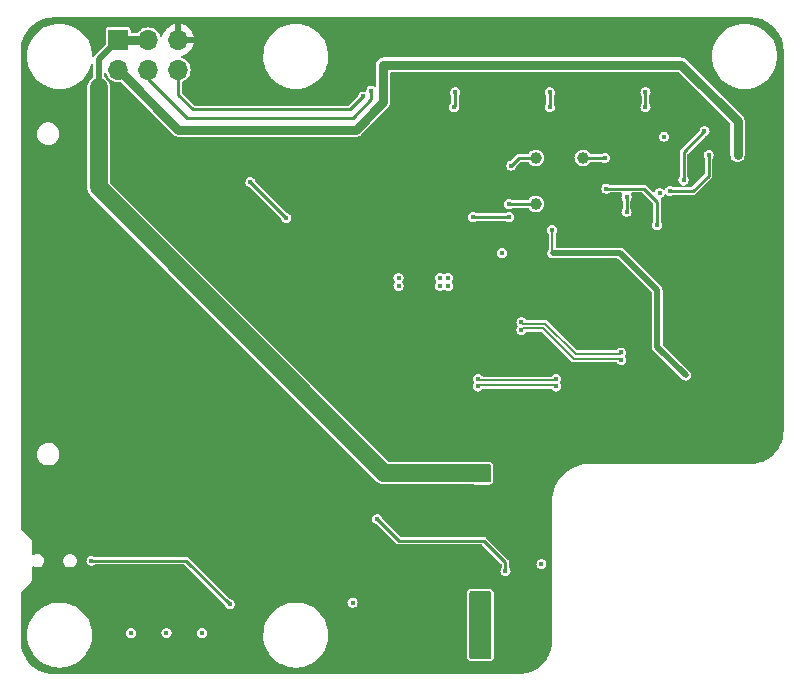
<source format=gbr>
G04 #@! TF.GenerationSoftware,KiCad,Pcbnew,(6.0.9)*
G04 #@! TF.CreationDate,2024-03-03T17:49:26-08:00*
G04 #@! TF.ProjectId,RPI5_CFE,52504935-5f43-4464-952e-6b696361645f,rev?*
G04 #@! TF.SameCoordinates,Original*
G04 #@! TF.FileFunction,Copper,L4,Bot*
G04 #@! TF.FilePolarity,Positive*
%FSLAX46Y46*%
G04 Gerber Fmt 4.6, Leading zero omitted, Abs format (unit mm)*
G04 Created by KiCad (PCBNEW (6.0.9)) date 2024-03-03 17:49:26*
%MOMM*%
%LPD*%
G01*
G04 APERTURE LIST*
G04 #@! TA.AperFunction,ComponentPad*
%ADD10R,1.700000X1.700000*%
G04 #@! TD*
G04 #@! TA.AperFunction,ComponentPad*
%ADD11O,1.700000X1.700000*%
G04 #@! TD*
G04 #@! TA.AperFunction,SMDPad,CuDef*
%ADD12C,1.000000*%
G04 #@! TD*
G04 #@! TA.AperFunction,ViaPad*
%ADD13C,0.450000*%
G04 #@! TD*
G04 #@! TA.AperFunction,Conductor*
%ADD14C,0.500000*%
G04 #@! TD*
G04 #@! TA.AperFunction,Conductor*
%ADD15C,0.200000*%
G04 #@! TD*
G04 #@! TA.AperFunction,Conductor*
%ADD16C,1.500000*%
G04 #@! TD*
G04 #@! TA.AperFunction,Conductor*
%ADD17C,0.800000*%
G04 #@! TD*
G04 #@! TA.AperFunction,Conductor*
%ADD18C,0.250000*%
G04 #@! TD*
G04 APERTURE END LIST*
D10*
G04 #@! TO.P,J5,1,Pin_1*
G04 #@! TO.N,+5V*
X8460000Y-2100000D03*
D11*
G04 #@! TO.P,J5,2,Pin_2*
G04 #@! TO.N,+3V3_IN*
X8460000Y-4640000D03*
G04 #@! TO.P,J5,3,Pin_3*
G04 #@! TO.N,+5V*
X11000000Y-2100000D03*
G04 #@! TO.P,J5,4,Pin_4*
G04 #@! TO.N,SDA_IN*
X11000000Y-4640000D03*
G04 #@! TO.P,J5,5,Pin_5*
G04 #@! TO.N,GND*
X13540000Y-2100000D03*
G04 #@! TO.P,J5,6,Pin_6*
G04 #@! TO.N,SCL_IN*
X13540000Y-4640000D03*
G04 #@! TD*
D12*
G04 #@! TO.P,TP2,1,1*
G04 #@! TO.N,+3V3_STB*
X43800000Y-16000000D03*
G04 #@! TD*
G04 #@! TO.P,TP3,1,1*
G04 #@! TO.N,SWIO*
X47800000Y-12100000D03*
G04 #@! TD*
G04 #@! TO.P,TP4,1,1*
G04 #@! TO.N,NRST*
X43800000Y-12100000D03*
G04 #@! TD*
G04 #@! TO.P,TP5,1,1*
G04 #@! TO.N,GND*
X45800000Y-12100000D03*
G04 #@! TD*
D13*
G04 #@! TO.N,+5V*
X56500000Y-30500000D03*
X39700000Y-39300000D03*
X38800000Y-38400000D03*
X38800000Y-39300000D03*
X45200000Y-18200000D03*
X45250000Y-20150000D03*
X39700000Y-38400000D03*
G04 #@! TO.N,GND*
X43100000Y-25450000D03*
X39400000Y-18200000D03*
X52850000Y-11950000D03*
X41825000Y-44275000D03*
X32250000Y-35600000D03*
X41900000Y-49050000D03*
X39441686Y-30250000D03*
X35600000Y-32600000D03*
X48100000Y-6500000D03*
X38441686Y-31950000D03*
X43100000Y-27150000D03*
X56100000Y-16300000D03*
X40900000Y-22100000D03*
X35700000Y-29600000D03*
X59350000Y-26660000D03*
X52200000Y-13300000D03*
X56150000Y-6450000D03*
X41825000Y-45275000D03*
X43950000Y-14700000D03*
X35600000Y-11600000D03*
X60900000Y-12900000D03*
X40000000Y-6500000D03*
X39400000Y-19000000D03*
X39300000Y-16050000D03*
X46600000Y-17800000D03*
X43300000Y-19200000D03*
X39900000Y-47550000D03*
X31900000Y-6500000D03*
X59350000Y-28160000D03*
X40600000Y-48200000D03*
X32200000Y-14700000D03*
X54400000Y-12600000D03*
X50500000Y-28150000D03*
X57160000Y-25050000D03*
X41900000Y-50150000D03*
X28300000Y-55051250D03*
X32600000Y-5300000D03*
X45000000Y-31950000D03*
X56300000Y-9650000D03*
X39441686Y-31950000D03*
X35600000Y-14600000D03*
X40475000Y-43600000D03*
X40050000Y-22100000D03*
X56750000Y-15550000D03*
X39100000Y-48200000D03*
X40700000Y-11000000D03*
X50500000Y-29650000D03*
X40050000Y-23000000D03*
X40900000Y-23000000D03*
X41900000Y-52350000D03*
X55300000Y-12575000D03*
X51500000Y-29700000D03*
X42100000Y-27150000D03*
X40700000Y-5300000D03*
X38441686Y-30250000D03*
X58450000Y-15200000D03*
X1200000Y-48800000D03*
X59365000Y-25255000D03*
X59350000Y-29650000D03*
X41000000Y-53850000D03*
X59700000Y-13600000D03*
X1300000Y-43700000D03*
X35650000Y-35600000D03*
X41600000Y-14700000D03*
X41900000Y-51350000D03*
X51550000Y-28150000D03*
X46100000Y-30250000D03*
X46100000Y-31950000D03*
X41900000Y-53250000D03*
X32150000Y-29600000D03*
X45900000Y-17800000D03*
X41475000Y-43600000D03*
X45000000Y-30250000D03*
X48800000Y-5300000D03*
X17400000Y-4100000D03*
X44275000Y-44525000D03*
X17400000Y-6500000D03*
X55600000Y-8800000D03*
X32150000Y-32600000D03*
X16700000Y-5300000D03*
X41400000Y-47800000D03*
X32200000Y-11650000D03*
X42100000Y-25450000D03*
G04 #@! TO.N,+3V3*
X28300000Y-49751250D03*
X38600000Y-50650000D03*
X39800000Y-51450000D03*
X38600000Y-52850000D03*
X44293900Y-46506100D03*
X32200000Y-22950000D03*
X39300000Y-50650000D03*
X36400000Y-22250000D03*
X39800000Y-52150000D03*
X35700000Y-22950000D03*
X32200000Y-22250000D03*
X39059300Y-53850000D03*
X35700000Y-22250000D03*
X39800000Y-49150000D03*
X36400000Y-22950000D03*
X39800000Y-50050000D03*
X39300000Y-52850000D03*
G04 #@! TO.N,PCIe_INS*
X38500000Y-17100000D03*
X41550000Y-17100000D03*
G04 #@! TO.N,NRST*
X41750000Y-12750000D03*
G04 #@! TO.N,NVME_PWR*
X30400000Y-42700000D03*
X41250000Y-47100000D03*
G04 #@! TO.N,SWIO*
X49650000Y-12100000D03*
G04 #@! TO.N,PCIe_CLK_P*
X42600000Y-26000000D03*
X51045000Y-28575000D03*
G04 #@! TO.N,PCIe_CLK_N*
X51045000Y-29225000D03*
X42600000Y-26650000D03*
G04 #@! TO.N,PCIe_RX_P*
X45529128Y-30800000D03*
X38925000Y-30800000D03*
G04 #@! TO.N,PCIe_RX_N*
X45529128Y-31450000D03*
X38925000Y-31450000D03*
G04 #@! TO.N,SDA*
X51500000Y-16650000D03*
X51500000Y-15400000D03*
G04 #@! TO.N,PCIE_PWR_EN*
X54100000Y-17800000D03*
X49800000Y-14700000D03*
G04 #@! TO.N,+3V3_STB*
X41550000Y-16000000D03*
X54300000Y-15100000D03*
X12550000Y-52325000D03*
X9550000Y-52325000D03*
X15550000Y-52325000D03*
X40945000Y-20145000D03*
X54650000Y-10300000D03*
G04 #@! TO.N,+3V3_IN*
X60900000Y-11850000D03*
X55100000Y-4200000D03*
X47100000Y-4200000D03*
X58450000Y-11850000D03*
X55150000Y-14900000D03*
X39000000Y-4200000D03*
X30900000Y-4200000D03*
G04 #@! TO.N,SDA_IN*
X29900000Y-6400000D03*
G04 #@! TO.N,SCL_IN*
X53100000Y-6550000D03*
X53100000Y-7800000D03*
X45000000Y-6550000D03*
X29200000Y-6900000D03*
X37000000Y-6550000D03*
X56325000Y-13975000D03*
X45000000Y-7800000D03*
X58100000Y-9850000D03*
X36900000Y-7800000D03*
G04 #@! TO.N,Net-(J2-Pad1)*
X19650000Y-14150000D03*
X17900000Y-49900000D03*
X22700000Y-17200000D03*
X6200000Y-46200000D03*
G04 #@! TD*
D14*
G04 #@! TO.N,+5V*
X6800000Y-6100000D02*
X6800000Y-3760000D01*
X54100000Y-23300000D02*
X54100000Y-28100000D01*
D15*
X45200000Y-20100000D02*
X45250000Y-20150000D01*
D16*
X6800000Y-6100000D02*
X6800000Y-14600000D01*
D15*
X45200000Y-18200000D02*
X45200000Y-20100000D01*
D14*
X50950000Y-20150000D02*
X54100000Y-23300000D01*
X54100000Y-28100000D02*
X56500000Y-30500000D01*
D16*
X6800000Y-14600000D02*
X31000000Y-38800000D01*
D14*
X45250000Y-20150000D02*
X50950000Y-20150000D01*
D17*
X11000000Y-2100000D02*
X8460000Y-2100000D01*
D14*
X6800000Y-3760000D02*
X8460000Y-2100000D01*
D16*
X31000000Y-38800000D02*
X39000000Y-38800000D01*
D18*
G04 #@! TO.N,PCIe_INS*
X38500000Y-17100000D02*
X41550000Y-17100000D01*
G04 #@! TO.N,NRST*
X41750000Y-12750000D02*
X42400000Y-12100000D01*
X42400000Y-12100000D02*
X43800000Y-12100000D01*
G04 #@! TO.N,NVME_PWR*
X30400000Y-42700000D02*
X32200000Y-44500000D01*
X39400000Y-44500000D02*
X41250000Y-46350000D01*
X41250000Y-46350000D02*
X41250000Y-47100000D01*
X32200000Y-44500000D02*
X39400000Y-44500000D01*
G04 #@! TO.N,SWIO*
X49650000Y-12100000D02*
X47800000Y-12100000D01*
D15*
G04 #@! TO.N,PCIe_CLK_P*
X51045000Y-28575000D02*
X50920000Y-28700000D01*
X42725000Y-26125000D02*
X42600000Y-26000000D01*
X44611846Y-26125000D02*
X42725000Y-26125000D01*
X50920000Y-28700000D02*
X47186846Y-28700000D01*
X47186846Y-28700000D02*
X44611846Y-26125000D01*
G04 #@! TO.N,PCIe_CLK_N*
X47021158Y-29100000D02*
X44446158Y-26525000D01*
X51045000Y-29225000D02*
X50920000Y-29100000D01*
X44446158Y-26525000D02*
X42725000Y-26525000D01*
X50920000Y-29100000D02*
X47021158Y-29100000D01*
X42725000Y-26525000D02*
X42600000Y-26650000D01*
G04 #@! TO.N,PCIe_RX_P*
X39050000Y-30925000D02*
X45404128Y-30925000D01*
X38925000Y-30800000D02*
X39050000Y-30925000D01*
X45404128Y-30925000D02*
X45529128Y-30800000D01*
G04 #@! TO.N,PCIe_RX_N*
X38925000Y-31450000D02*
X39050000Y-31325000D01*
X45404128Y-31325000D02*
X45529128Y-31450000D01*
X39050000Y-31325000D02*
X45404128Y-31325000D01*
D18*
G04 #@! TO.N,SDA*
X51500000Y-15400000D02*
X51500000Y-16650000D01*
G04 #@! TO.N,PCIE_PWR_EN*
X53000000Y-14700000D02*
X49800000Y-14700000D01*
X54100000Y-15800000D02*
X53000000Y-14700000D01*
X54100000Y-17800000D02*
X54100000Y-15800000D01*
G04 #@! TO.N,+3V3_STB*
X43800000Y-16000000D02*
X41550000Y-16000000D01*
D17*
G04 #@! TO.N,+3V3_IN*
X56150000Y-4200000D02*
X60900000Y-8950000D01*
X30900000Y-4200000D02*
X55100000Y-4200000D01*
X60900000Y-8950000D02*
X60900000Y-11850000D01*
X30900000Y-4200000D02*
X30900000Y-7400000D01*
X28600000Y-9700000D02*
X13550000Y-9700000D01*
D18*
X57150000Y-14900000D02*
X55150000Y-14900000D01*
D17*
X30900000Y-7400000D02*
X28600000Y-9700000D01*
X13550000Y-9700000D02*
X8490000Y-4640000D01*
D18*
X58450000Y-11850000D02*
X58450000Y-13600000D01*
X58450000Y-13600000D02*
X57150000Y-14900000D01*
D17*
X55100000Y-4200000D02*
X56150000Y-4200000D01*
X8490000Y-4640000D02*
X8460000Y-4640000D01*
D18*
G04 #@! TO.N,SDA_IN*
X29900000Y-6400000D02*
X29900000Y-7100000D01*
X29900000Y-7100000D02*
X28300000Y-8700000D01*
X11000000Y-5400000D02*
X11000000Y-4640000D01*
X28300000Y-8700000D02*
X14300000Y-8700000D01*
X14300000Y-8700000D02*
X11000000Y-5400000D01*
G04 #@! TO.N,SCL_IN*
X53100000Y-6550000D02*
X53100000Y-7800000D01*
X29200000Y-6900000D02*
X28100000Y-8000000D01*
X37000000Y-7700000D02*
X36900000Y-7800000D01*
X28100000Y-8000000D02*
X14800000Y-8000000D01*
X45000000Y-6550000D02*
X45000000Y-7800000D01*
X56325000Y-11625000D02*
X56325000Y-13975000D01*
X13540000Y-6740000D02*
X13540000Y-4640000D01*
X14800000Y-8000000D02*
X13540000Y-6740000D01*
X58100000Y-9850000D02*
X56325000Y-11625000D01*
X37000000Y-6550000D02*
X37000000Y-7700000D01*
G04 #@! TO.N,Net-(J2-Pad1)*
X19650000Y-14150000D02*
X22700000Y-17200000D01*
X14200000Y-46200000D02*
X6200000Y-46200000D01*
X17900000Y-49900000D02*
X14200000Y-46200000D01*
G04 #@! TD*
G04 #@! TA.AperFunction,Conductor*
G04 #@! TO.N,GND*
G36*
X61988169Y-203018D02*
G01*
X61999641Y-205656D01*
X62010516Y-203195D01*
X62020727Y-203213D01*
X62031830Y-202288D01*
X62208468Y-212208D01*
X62307899Y-217792D01*
X62318922Y-219034D01*
X62532302Y-255288D01*
X62617461Y-269757D01*
X62628285Y-272227D01*
X62919279Y-356062D01*
X62929751Y-359726D01*
X63209530Y-475614D01*
X63219520Y-480425D01*
X63484563Y-626910D01*
X63493948Y-632806D01*
X63740937Y-808054D01*
X63749605Y-814967D01*
X63975407Y-1016757D01*
X63983243Y-1024593D01*
X64185033Y-1250395D01*
X64191946Y-1259063D01*
X64367194Y-1506052D01*
X64373090Y-1515437D01*
X64519572Y-1780474D01*
X64524386Y-1790470D01*
X64569954Y-1900480D01*
X64640273Y-2070246D01*
X64643938Y-2080721D01*
X64681358Y-2210607D01*
X64727773Y-2371715D01*
X64730243Y-2382539D01*
X64778235Y-2664998D01*
X64780966Y-2681074D01*
X64782208Y-2692102D01*
X64797636Y-2966791D01*
X64797684Y-2967651D01*
X64796834Y-2977626D01*
X64796862Y-2977626D01*
X64796842Y-2988777D01*
X64794344Y-2999641D01*
X64796804Y-3010513D01*
X64797059Y-3011638D01*
X64799500Y-3033488D01*
X64799500Y-35165983D01*
X64796982Y-35188169D01*
X64794344Y-35199641D01*
X64796805Y-35210516D01*
X64796787Y-35220727D01*
X64797712Y-35231830D01*
X64782209Y-35507894D01*
X64780966Y-35518922D01*
X64744712Y-35732302D01*
X64730243Y-35817461D01*
X64727773Y-35828285D01*
X64643940Y-36119275D01*
X64640274Y-36129751D01*
X64527076Y-36403038D01*
X64524389Y-36409524D01*
X64519575Y-36419520D01*
X64373090Y-36684563D01*
X64367194Y-36693948D01*
X64191946Y-36940937D01*
X64185033Y-36949605D01*
X63983243Y-37175407D01*
X63975407Y-37183243D01*
X63749605Y-37385033D01*
X63740937Y-37391946D01*
X63493948Y-37567194D01*
X63484563Y-37573090D01*
X63219520Y-37719575D01*
X63209530Y-37724386D01*
X62929751Y-37840274D01*
X62919279Y-37843938D01*
X62822755Y-37871747D01*
X62628285Y-37927773D01*
X62617461Y-37930243D01*
X62532302Y-37944712D01*
X62318922Y-37980966D01*
X62307898Y-37982208D01*
X62032346Y-37997684D01*
X62022374Y-37996834D01*
X62022374Y-37996862D01*
X62011223Y-37996842D01*
X62000359Y-37994344D01*
X61988359Y-37997059D01*
X61966512Y-37999500D01*
X48434281Y-37999500D01*
X48411926Y-37996943D01*
X48411326Y-37996804D01*
X48400718Y-37994345D01*
X48400000Y-37994344D01*
X48395806Y-37995301D01*
X48394893Y-37995376D01*
X48064998Y-38012665D01*
X48062440Y-38013070D01*
X48062432Y-38013071D01*
X47770134Y-38059367D01*
X47733665Y-38065143D01*
X47731161Y-38065814D01*
X47731156Y-38065815D01*
X47518110Y-38122901D01*
X47409634Y-38151967D01*
X47096453Y-38272185D01*
X46797554Y-38424482D01*
X46795382Y-38425893D01*
X46795376Y-38425896D01*
X46518393Y-38605771D01*
X46518385Y-38605777D01*
X46516212Y-38607188D01*
X46255509Y-38818301D01*
X46018301Y-39055509D01*
X45807188Y-39316212D01*
X45805777Y-39318385D01*
X45805771Y-39318393D01*
X45626500Y-39594446D01*
X45624482Y-39597554D01*
X45472185Y-39896453D01*
X45351967Y-40209634D01*
X45265143Y-40533665D01*
X45212665Y-40864998D01*
X45195358Y-41195232D01*
X45194344Y-41199641D01*
X45196805Y-41210515D01*
X45197059Y-41211638D01*
X45199500Y-41233488D01*
X45199500Y-52965983D01*
X45196982Y-52988169D01*
X45194344Y-52999641D01*
X45196805Y-53010516D01*
X45196787Y-53020727D01*
X45197712Y-53031830D01*
X45182209Y-53307894D01*
X45180966Y-53318922D01*
X45157397Y-53457641D01*
X45130243Y-53617461D01*
X45127773Y-53628285D01*
X45080626Y-53791937D01*
X45043940Y-53919275D01*
X45040273Y-53929754D01*
X44924389Y-54209524D01*
X44919575Y-54219520D01*
X44773090Y-54484563D01*
X44767194Y-54493948D01*
X44591946Y-54740937D01*
X44585033Y-54749605D01*
X44383243Y-54975407D01*
X44375407Y-54983243D01*
X44149605Y-55185033D01*
X44140937Y-55191946D01*
X43893948Y-55367194D01*
X43884563Y-55373090D01*
X43619520Y-55519575D01*
X43609530Y-55524386D01*
X43329751Y-55640274D01*
X43319279Y-55643938D01*
X43125598Y-55699738D01*
X43028285Y-55727773D01*
X43017461Y-55730243D01*
X42932302Y-55744712D01*
X42718922Y-55780966D01*
X42707898Y-55782208D01*
X42432346Y-55797684D01*
X42422374Y-55796834D01*
X42422374Y-55796862D01*
X42411223Y-55796842D01*
X42400359Y-55794344D01*
X42388359Y-55797059D01*
X42366512Y-55799500D01*
X3034017Y-55799500D01*
X3011831Y-55796982D01*
X3011813Y-55796978D01*
X3000359Y-55794344D01*
X2989484Y-55796805D01*
X2979273Y-55796787D01*
X2968170Y-55797712D01*
X2791532Y-55787792D01*
X2692101Y-55782208D01*
X2681078Y-55780966D01*
X2467698Y-55744712D01*
X2382539Y-55730243D01*
X2371715Y-55727773D01*
X2274402Y-55699738D01*
X2080721Y-55643938D01*
X2070249Y-55640274D01*
X1790470Y-55524386D01*
X1780480Y-55519575D01*
X1515437Y-55373090D01*
X1506052Y-55367194D01*
X1259063Y-55191946D01*
X1250395Y-55185033D01*
X1024593Y-54983243D01*
X1016757Y-54975407D01*
X814967Y-54749605D01*
X808054Y-54740937D01*
X632806Y-54493948D01*
X626910Y-54484563D01*
X480425Y-54219520D01*
X475611Y-54209524D01*
X359727Y-53929754D01*
X356060Y-53919275D01*
X319375Y-53791937D01*
X272227Y-53628285D01*
X269757Y-53617461D01*
X242603Y-53457641D01*
X219034Y-53318922D01*
X217791Y-53307894D01*
X210120Y-53171288D01*
X202331Y-53032603D01*
X204122Y-53011795D01*
X203747Y-53011752D01*
X204388Y-53006184D01*
X205655Y-53000718D01*
X205656Y-53000000D01*
X203096Y-52988776D01*
X202980Y-52988266D01*
X200500Y-52966248D01*
X200500Y-52485572D01*
X744511Y-52485572D01*
X744675Y-52488553D01*
X744675Y-52488560D01*
X759316Y-52754585D01*
X762735Y-52816712D01*
X820608Y-53143265D01*
X917294Y-53460500D01*
X918499Y-53463226D01*
X918501Y-53463231D01*
X986686Y-53617461D01*
X1051391Y-53763821D01*
X1220957Y-54048836D01*
X1222777Y-54051195D01*
X1222781Y-54051201D01*
X1241113Y-54074962D01*
X1423536Y-54311415D01*
X1656193Y-54547756D01*
X1658521Y-54549611D01*
X1658522Y-54549612D01*
X1719771Y-54598419D01*
X1915558Y-54754434D01*
X1918098Y-54755999D01*
X1918097Y-54755999D01*
X2195336Y-54926891D01*
X2195341Y-54926894D01*
X2197874Y-54928455D01*
X2200582Y-54929704D01*
X2200585Y-54929705D01*
X2299705Y-54975400D01*
X2499051Y-55067300D01*
X2501895Y-55068216D01*
X2501898Y-55068217D01*
X2527371Y-55076420D01*
X2814728Y-55168957D01*
X2817647Y-55169522D01*
X2817648Y-55169522D01*
X3137416Y-55231389D01*
X3137419Y-55231389D01*
X3140332Y-55231953D01*
X3143294Y-55232163D01*
X3143296Y-55232163D01*
X3183860Y-55235035D01*
X3402279Y-55250500D01*
X3583386Y-55250500D01*
X3584840Y-55250412D01*
X3584852Y-55250412D01*
X3828075Y-55235749D01*
X3828079Y-55235748D01*
X3831040Y-55235570D01*
X4157285Y-55175987D01*
X4258718Y-55144491D01*
X4471163Y-55078525D01*
X4471167Y-55078523D01*
X4474009Y-55077641D01*
X4476728Y-55076422D01*
X4476733Y-55076420D01*
X4773905Y-54943178D01*
X4773911Y-54943175D01*
X4776625Y-54941958D01*
X4796978Y-54929705D01*
X5058192Y-54772441D01*
X5058194Y-54772440D01*
X5060748Y-54770902D01*
X5063100Y-54769068D01*
X5063104Y-54769065D01*
X5319903Y-54568792D01*
X5319908Y-54568788D01*
X5322263Y-54566951D01*
X5557382Y-54333060D01*
X5654770Y-54209524D01*
X5760851Y-54074962D01*
X5760856Y-54074955D01*
X5762699Y-54072617D01*
X5777187Y-54048836D01*
X5933690Y-53791937D01*
X5935240Y-53789393D01*
X6072506Y-53487493D01*
X6172509Y-53171288D01*
X6204584Y-53000718D01*
X6233248Y-52848290D01*
X6233248Y-52848287D01*
X6233799Y-52845359D01*
X6255489Y-52514428D01*
X6254066Y-52488560D01*
X6245064Y-52325000D01*
X9119196Y-52325000D01*
X9140281Y-52458126D01*
X9143817Y-52465065D01*
X9143817Y-52465066D01*
X9152746Y-52482589D01*
X9201472Y-52578220D01*
X9296780Y-52673528D01*
X9303717Y-52677063D01*
X9303719Y-52677064D01*
X9409934Y-52731183D01*
X9416874Y-52734719D01*
X9424568Y-52735938D01*
X9424569Y-52735938D01*
X9542304Y-52754585D01*
X9550000Y-52755804D01*
X9557696Y-52754585D01*
X9675431Y-52735938D01*
X9675432Y-52735938D01*
X9683126Y-52734719D01*
X9690066Y-52731183D01*
X9796281Y-52677064D01*
X9796283Y-52677063D01*
X9803220Y-52673528D01*
X9898528Y-52578220D01*
X9947255Y-52482589D01*
X9956183Y-52465066D01*
X9956183Y-52465065D01*
X9959719Y-52458126D01*
X9980804Y-52325000D01*
X12119196Y-52325000D01*
X12140281Y-52458126D01*
X12143817Y-52465065D01*
X12143817Y-52465066D01*
X12152746Y-52482589D01*
X12201472Y-52578220D01*
X12296780Y-52673528D01*
X12303717Y-52677063D01*
X12303719Y-52677064D01*
X12409934Y-52731183D01*
X12416874Y-52734719D01*
X12424568Y-52735938D01*
X12424569Y-52735938D01*
X12542304Y-52754585D01*
X12550000Y-52755804D01*
X12557696Y-52754585D01*
X12675431Y-52735938D01*
X12675432Y-52735938D01*
X12683126Y-52734719D01*
X12690066Y-52731183D01*
X12796281Y-52677064D01*
X12796283Y-52677063D01*
X12803220Y-52673528D01*
X12898528Y-52578220D01*
X12947255Y-52482589D01*
X12956183Y-52465066D01*
X12956183Y-52465065D01*
X12959719Y-52458126D01*
X12980804Y-52325000D01*
X15119196Y-52325000D01*
X15140281Y-52458126D01*
X15143817Y-52465065D01*
X15143817Y-52465066D01*
X15152746Y-52482589D01*
X15201472Y-52578220D01*
X15296780Y-52673528D01*
X15303717Y-52677063D01*
X15303719Y-52677064D01*
X15409934Y-52731183D01*
X15416874Y-52734719D01*
X15424568Y-52735938D01*
X15424569Y-52735938D01*
X15542304Y-52754585D01*
X15550000Y-52755804D01*
X15557696Y-52754585D01*
X15675431Y-52735938D01*
X15675432Y-52735938D01*
X15683126Y-52734719D01*
X15690066Y-52731183D01*
X15796281Y-52677064D01*
X15796283Y-52677063D01*
X15803220Y-52673528D01*
X15898528Y-52578220D01*
X15945735Y-52485572D01*
X20744511Y-52485572D01*
X20744675Y-52488553D01*
X20744675Y-52488560D01*
X20759316Y-52754585D01*
X20762735Y-52816712D01*
X20820608Y-53143265D01*
X20917294Y-53460500D01*
X20918499Y-53463226D01*
X20918501Y-53463231D01*
X20986686Y-53617461D01*
X21051391Y-53763821D01*
X21220957Y-54048836D01*
X21222777Y-54051195D01*
X21222781Y-54051201D01*
X21241113Y-54074962D01*
X21423536Y-54311415D01*
X21656193Y-54547756D01*
X21658521Y-54549611D01*
X21658522Y-54549612D01*
X21719771Y-54598419D01*
X21915558Y-54754434D01*
X21918098Y-54755999D01*
X21918097Y-54755999D01*
X22195336Y-54926891D01*
X22195341Y-54926894D01*
X22197874Y-54928455D01*
X22200582Y-54929704D01*
X22200585Y-54929705D01*
X22299705Y-54975400D01*
X22499051Y-55067300D01*
X22501895Y-55068216D01*
X22501898Y-55068217D01*
X22527371Y-55076420D01*
X22814728Y-55168957D01*
X22817647Y-55169522D01*
X22817648Y-55169522D01*
X23137416Y-55231389D01*
X23137419Y-55231389D01*
X23140332Y-55231953D01*
X23143294Y-55232163D01*
X23143296Y-55232163D01*
X23183860Y-55235035D01*
X23402279Y-55250500D01*
X23583386Y-55250500D01*
X23584840Y-55250412D01*
X23584852Y-55250412D01*
X23828075Y-55235749D01*
X23828079Y-55235748D01*
X23831040Y-55235570D01*
X24157285Y-55175987D01*
X24258718Y-55144491D01*
X24471163Y-55078525D01*
X24471167Y-55078523D01*
X24474009Y-55077641D01*
X24476728Y-55076422D01*
X24476733Y-55076420D01*
X24773905Y-54943178D01*
X24773911Y-54943175D01*
X24776625Y-54941958D01*
X24796978Y-54929705D01*
X25058192Y-54772441D01*
X25058194Y-54772440D01*
X25060748Y-54770902D01*
X25063100Y-54769068D01*
X25063104Y-54769065D01*
X25319903Y-54568792D01*
X25319908Y-54568788D01*
X25322263Y-54566951D01*
X25516227Y-54374000D01*
X37994500Y-54374000D01*
X37999196Y-54417681D01*
X37999755Y-54420251D01*
X37999756Y-54420257D01*
X38002288Y-54431896D01*
X38010582Y-54470023D01*
X38013070Y-54480203D01*
X38015982Y-54485667D01*
X38015982Y-54485668D01*
X38050056Y-54549612D01*
X38056079Y-54560916D01*
X38102572Y-54614572D01*
X38120165Y-54632527D01*
X38126339Y-54635981D01*
X38126341Y-54635982D01*
X38195136Y-54674463D01*
X38199983Y-54677174D01*
X38268104Y-54697176D01*
X38326000Y-54705500D01*
X39924000Y-54705500D01*
X39953018Y-54702380D01*
X39965059Y-54701086D01*
X39965061Y-54701086D01*
X39967681Y-54700804D01*
X39970251Y-54700245D01*
X39970257Y-54700244D01*
X40019448Y-54689543D01*
X40020023Y-54689418D01*
X40030203Y-54686930D01*
X40110916Y-54643921D01*
X40164572Y-54597428D01*
X40182527Y-54579835D01*
X40190913Y-54564844D01*
X40224463Y-54504864D01*
X40224464Y-54504862D01*
X40227174Y-54500017D01*
X40247176Y-54431896D01*
X40255500Y-54374000D01*
X40255500Y-48926000D01*
X40250804Y-48882319D01*
X40248474Y-48871605D01*
X40239543Y-48830552D01*
X40239418Y-48829977D01*
X40236930Y-48819797D01*
X40214242Y-48777219D01*
X40196536Y-48743991D01*
X40196535Y-48743989D01*
X40193921Y-48739084D01*
X40147428Y-48685428D01*
X40129835Y-48667473D01*
X40123661Y-48664019D01*
X40123659Y-48664018D01*
X40054864Y-48625537D01*
X40054862Y-48625536D01*
X40050017Y-48622826D01*
X39981896Y-48602824D01*
X39924000Y-48594500D01*
X38326000Y-48594500D01*
X38296982Y-48597620D01*
X38284941Y-48598914D01*
X38284939Y-48598914D01*
X38282319Y-48599196D01*
X38279749Y-48599755D01*
X38279743Y-48599756D01*
X38239528Y-48608504D01*
X38229977Y-48610582D01*
X38219797Y-48613070D01*
X38214333Y-48615982D01*
X38214332Y-48615982D01*
X38171038Y-48639052D01*
X38139084Y-48656079D01*
X38085428Y-48702572D01*
X38067473Y-48720165D01*
X38064019Y-48726339D01*
X38064018Y-48726341D01*
X38025537Y-48795136D01*
X38022826Y-48799983D01*
X38002824Y-48868104D01*
X37994500Y-48926000D01*
X37994500Y-54374000D01*
X25516227Y-54374000D01*
X25557382Y-54333060D01*
X25654770Y-54209524D01*
X25760851Y-54074962D01*
X25760856Y-54074955D01*
X25762699Y-54072617D01*
X25777187Y-54048836D01*
X25933690Y-53791937D01*
X25935240Y-53789393D01*
X26072506Y-53487493D01*
X26172509Y-53171288D01*
X26204584Y-53000718D01*
X26233248Y-52848290D01*
X26233248Y-52848287D01*
X26233799Y-52845359D01*
X26255489Y-52514428D01*
X26254066Y-52488560D01*
X26237429Y-52186265D01*
X26237429Y-52186262D01*
X26237265Y-52183288D01*
X26179392Y-51856735D01*
X26082706Y-51539500D01*
X26069571Y-51509788D01*
X25949817Y-51238911D01*
X25949816Y-51238908D01*
X25948609Y-51236179D01*
X25779043Y-50951164D01*
X25777223Y-50948805D01*
X25777219Y-50948799D01*
X25578283Y-50690943D01*
X25576464Y-50688585D01*
X25343807Y-50452244D01*
X25317409Y-50431208D01*
X25086776Y-50247426D01*
X25084442Y-50245566D01*
X24949177Y-50162188D01*
X24804664Y-50073109D01*
X24804659Y-50073106D01*
X24802126Y-50071545D01*
X24776166Y-50059577D01*
X24668573Y-50009976D01*
X24500949Y-49932700D01*
X24498105Y-49931784D01*
X24498102Y-49931783D01*
X24375507Y-49892304D01*
X24185272Y-49831043D01*
X24153506Y-49824897D01*
X23862584Y-49768611D01*
X23862581Y-49768611D01*
X23859668Y-49768047D01*
X23856706Y-49767837D01*
X23856704Y-49767837D01*
X23787208Y-49762917D01*
X23622436Y-49751250D01*
X27869196Y-49751250D01*
X27871368Y-49764965D01*
X27880636Y-49823477D01*
X27890281Y-49884376D01*
X27893817Y-49891315D01*
X27893817Y-49891316D01*
X27894321Y-49892304D01*
X27951472Y-50004470D01*
X28046780Y-50099778D01*
X28053717Y-50103313D01*
X28053719Y-50103314D01*
X28159934Y-50157433D01*
X28166874Y-50160969D01*
X28174568Y-50162188D01*
X28174569Y-50162188D01*
X28292304Y-50180835D01*
X28300000Y-50182054D01*
X28307696Y-50180835D01*
X28425431Y-50162188D01*
X28425432Y-50162188D01*
X28433126Y-50160969D01*
X28440066Y-50157433D01*
X28546281Y-50103314D01*
X28546283Y-50103313D01*
X28553220Y-50099778D01*
X28648528Y-50004470D01*
X28705680Y-49892304D01*
X28706183Y-49891316D01*
X28706183Y-49891315D01*
X28709719Y-49884376D01*
X28719365Y-49823477D01*
X28728632Y-49764965D01*
X28730804Y-49751250D01*
X28709719Y-49618124D01*
X28675758Y-49551472D01*
X28652064Y-49504969D01*
X28652063Y-49504967D01*
X28648528Y-49498030D01*
X28553220Y-49402722D01*
X28546283Y-49399187D01*
X28546281Y-49399186D01*
X28440066Y-49345067D01*
X28440065Y-49345067D01*
X28433126Y-49341531D01*
X28425432Y-49340312D01*
X28425431Y-49340312D01*
X28307696Y-49321665D01*
X28300000Y-49320446D01*
X28292304Y-49321665D01*
X28174569Y-49340312D01*
X28174568Y-49340312D01*
X28166874Y-49341531D01*
X28159935Y-49345067D01*
X28159934Y-49345067D01*
X28053719Y-49399186D01*
X28053717Y-49399187D01*
X28046780Y-49402722D01*
X27951472Y-49498030D01*
X27947937Y-49504967D01*
X27947936Y-49504969D01*
X27924242Y-49551472D01*
X27890281Y-49618124D01*
X27869196Y-49751250D01*
X23622436Y-49751250D01*
X23597721Y-49749500D01*
X23416614Y-49749500D01*
X23415160Y-49749588D01*
X23415148Y-49749588D01*
X23171925Y-49764251D01*
X23171921Y-49764252D01*
X23168960Y-49764430D01*
X22842715Y-49824013D01*
X22839868Y-49824897D01*
X22528837Y-49921475D01*
X22528833Y-49921477D01*
X22525991Y-49922359D01*
X22523272Y-49923578D01*
X22523267Y-49923580D01*
X22226095Y-50056822D01*
X22226089Y-50056825D01*
X22223375Y-50058042D01*
X22220828Y-50059576D01*
X22220825Y-50059577D01*
X22017392Y-50182054D01*
X21939252Y-50229098D01*
X21936900Y-50230932D01*
X21936896Y-50230935D01*
X21680097Y-50431208D01*
X21680092Y-50431212D01*
X21677737Y-50433049D01*
X21442618Y-50666940D01*
X21423696Y-50690943D01*
X21239149Y-50925038D01*
X21239144Y-50925045D01*
X21237301Y-50927383D01*
X21235753Y-50929925D01*
X21235751Y-50929927D01*
X21221248Y-50953734D01*
X21064760Y-51210607D01*
X20927494Y-51512507D01*
X20827491Y-51828712D01*
X20766201Y-52154641D01*
X20744511Y-52485572D01*
X15945735Y-52485572D01*
X15947255Y-52482589D01*
X15956183Y-52465066D01*
X15956183Y-52465065D01*
X15959719Y-52458126D01*
X15980804Y-52325000D01*
X15959719Y-52191874D01*
X15940748Y-52154641D01*
X15902064Y-52078719D01*
X15902063Y-52078717D01*
X15898528Y-52071780D01*
X15803220Y-51976472D01*
X15796283Y-51972937D01*
X15796281Y-51972936D01*
X15690066Y-51918817D01*
X15690065Y-51918817D01*
X15683126Y-51915281D01*
X15675432Y-51914062D01*
X15675431Y-51914062D01*
X15557696Y-51895415D01*
X15550000Y-51894196D01*
X15542304Y-51895415D01*
X15424569Y-51914062D01*
X15424568Y-51914062D01*
X15416874Y-51915281D01*
X15409935Y-51918817D01*
X15409934Y-51918817D01*
X15303719Y-51972936D01*
X15303717Y-51972937D01*
X15296780Y-51976472D01*
X15201472Y-52071780D01*
X15197937Y-52078717D01*
X15197936Y-52078719D01*
X15159252Y-52154641D01*
X15140281Y-52191874D01*
X15119196Y-52325000D01*
X12980804Y-52325000D01*
X12959719Y-52191874D01*
X12940748Y-52154641D01*
X12902064Y-52078719D01*
X12902063Y-52078717D01*
X12898528Y-52071780D01*
X12803220Y-51976472D01*
X12796283Y-51972937D01*
X12796281Y-51972936D01*
X12690066Y-51918817D01*
X12690065Y-51918817D01*
X12683126Y-51915281D01*
X12675432Y-51914062D01*
X12675431Y-51914062D01*
X12557696Y-51895415D01*
X12550000Y-51894196D01*
X12542304Y-51895415D01*
X12424569Y-51914062D01*
X12424568Y-51914062D01*
X12416874Y-51915281D01*
X12409935Y-51918817D01*
X12409934Y-51918817D01*
X12303719Y-51972936D01*
X12303717Y-51972937D01*
X12296780Y-51976472D01*
X12201472Y-52071780D01*
X12197937Y-52078717D01*
X12197936Y-52078719D01*
X12159252Y-52154641D01*
X12140281Y-52191874D01*
X12119196Y-52325000D01*
X9980804Y-52325000D01*
X9959719Y-52191874D01*
X9940748Y-52154641D01*
X9902064Y-52078719D01*
X9902063Y-52078717D01*
X9898528Y-52071780D01*
X9803220Y-51976472D01*
X9796283Y-51972937D01*
X9796281Y-51972936D01*
X9690066Y-51918817D01*
X9690065Y-51918817D01*
X9683126Y-51915281D01*
X9675432Y-51914062D01*
X9675431Y-51914062D01*
X9557696Y-51895415D01*
X9550000Y-51894196D01*
X9542304Y-51895415D01*
X9424569Y-51914062D01*
X9424568Y-51914062D01*
X9416874Y-51915281D01*
X9409935Y-51918817D01*
X9409934Y-51918817D01*
X9303719Y-51972936D01*
X9303717Y-51972937D01*
X9296780Y-51976472D01*
X9201472Y-52071780D01*
X9197937Y-52078717D01*
X9197936Y-52078719D01*
X9159252Y-52154641D01*
X9140281Y-52191874D01*
X9119196Y-52325000D01*
X6245064Y-52325000D01*
X6237429Y-52186265D01*
X6237429Y-52186262D01*
X6237265Y-52183288D01*
X6179392Y-51856735D01*
X6082706Y-51539500D01*
X6069571Y-51509788D01*
X5949817Y-51238911D01*
X5949816Y-51238908D01*
X5948609Y-51236179D01*
X5779043Y-50951164D01*
X5777223Y-50948805D01*
X5777219Y-50948799D01*
X5578283Y-50690943D01*
X5576464Y-50688585D01*
X5343807Y-50452244D01*
X5317409Y-50431208D01*
X5086776Y-50247426D01*
X5084442Y-50245566D01*
X4949177Y-50162188D01*
X4804664Y-50073109D01*
X4804659Y-50073106D01*
X4802126Y-50071545D01*
X4776166Y-50059577D01*
X4668573Y-50009976D01*
X4500949Y-49932700D01*
X4498105Y-49931784D01*
X4498102Y-49931783D01*
X4375507Y-49892304D01*
X4185272Y-49831043D01*
X4153506Y-49824897D01*
X3862584Y-49768611D01*
X3862581Y-49768611D01*
X3859668Y-49768047D01*
X3856706Y-49767837D01*
X3856704Y-49767837D01*
X3787208Y-49762917D01*
X3597721Y-49749500D01*
X3416614Y-49749500D01*
X3415160Y-49749588D01*
X3415148Y-49749588D01*
X3171925Y-49764251D01*
X3171921Y-49764252D01*
X3168960Y-49764430D01*
X2842715Y-49824013D01*
X2839868Y-49824897D01*
X2528837Y-49921475D01*
X2528833Y-49921477D01*
X2525991Y-49922359D01*
X2523272Y-49923578D01*
X2523267Y-49923580D01*
X2226095Y-50056822D01*
X2226089Y-50056825D01*
X2223375Y-50058042D01*
X2220828Y-50059576D01*
X2220825Y-50059577D01*
X2017392Y-50182054D01*
X1939252Y-50229098D01*
X1936900Y-50230932D01*
X1936896Y-50230935D01*
X1680097Y-50431208D01*
X1680092Y-50431212D01*
X1677737Y-50433049D01*
X1442618Y-50666940D01*
X1423696Y-50690943D01*
X1239149Y-50925038D01*
X1239144Y-50925045D01*
X1237301Y-50927383D01*
X1235753Y-50929925D01*
X1235751Y-50929927D01*
X1221248Y-50953734D01*
X1064760Y-51210607D01*
X927494Y-51512507D01*
X827491Y-51828712D01*
X766201Y-52154641D01*
X744511Y-52485572D01*
X200500Y-52485572D01*
X200500Y-48924058D01*
X219407Y-48865867D01*
X229496Y-48854054D01*
X1063032Y-48020518D01*
X1068782Y-48015386D01*
X1078024Y-48010948D01*
X1096244Y-47988165D01*
X1103557Y-47979993D01*
X1107758Y-47975792D01*
X1110717Y-47971085D01*
X1110722Y-47971078D01*
X1117213Y-47961945D01*
X1128192Y-47948216D01*
X1135156Y-47939508D01*
X1137499Y-47929322D01*
X1138158Y-47928131D01*
X1138536Y-47926823D01*
X1144099Y-47917972D01*
X1147326Y-47889428D01*
X1149216Y-47878367D01*
X1149245Y-47878240D01*
X1149245Y-47878239D01*
X1150500Y-47872781D01*
X1150500Y-47866920D01*
X1151127Y-47855800D01*
X1153122Y-47838155D01*
X1153122Y-47838153D01*
X1154374Y-47827076D01*
X1150948Y-47817266D01*
X1150500Y-47809247D01*
X1150500Y-46762057D01*
X1169407Y-46703866D01*
X1218907Y-46667902D01*
X1280093Y-46667902D01*
X1309768Y-46683515D01*
X1334767Y-46702698D01*
X1340756Y-46705179D01*
X1340760Y-46705181D01*
X1468767Y-46758203D01*
X1474764Y-46760687D01*
X1587280Y-46775500D01*
X1662720Y-46775500D01*
X1775236Y-46760687D01*
X1781233Y-46758203D01*
X1909240Y-46705181D01*
X1909244Y-46705179D01*
X1915233Y-46702698D01*
X1920375Y-46698752D01*
X1920379Y-46698750D01*
X2030302Y-46614402D01*
X2035451Y-46610451D01*
X2080253Y-46552064D01*
X2123750Y-46495379D01*
X2123752Y-46495375D01*
X2127698Y-46490233D01*
X2130179Y-46484244D01*
X2130181Y-46484240D01*
X2183203Y-46356233D01*
X2185687Y-46350236D01*
X2205466Y-46200000D01*
X3794534Y-46200000D01*
X3814313Y-46350236D01*
X3816797Y-46356233D01*
X3869819Y-46484240D01*
X3869821Y-46484244D01*
X3872302Y-46490233D01*
X3876248Y-46495375D01*
X3876250Y-46495379D01*
X3919747Y-46552064D01*
X3964549Y-46610451D01*
X3969698Y-46614402D01*
X4079621Y-46698750D01*
X4079625Y-46698752D01*
X4084767Y-46702698D01*
X4090756Y-46705179D01*
X4090760Y-46705181D01*
X4218767Y-46758203D01*
X4224764Y-46760687D01*
X4337280Y-46775500D01*
X4412720Y-46775500D01*
X4525236Y-46760687D01*
X4531233Y-46758203D01*
X4659240Y-46705181D01*
X4659244Y-46705179D01*
X4665233Y-46702698D01*
X4670375Y-46698752D01*
X4670379Y-46698750D01*
X4780302Y-46614402D01*
X4785451Y-46610451D01*
X4830253Y-46552064D01*
X4873750Y-46495379D01*
X4873752Y-46495375D01*
X4877698Y-46490233D01*
X4880179Y-46484244D01*
X4880181Y-46484240D01*
X4933203Y-46356233D01*
X4935687Y-46350236D01*
X4955466Y-46200000D01*
X5769196Y-46200000D01*
X5770415Y-46207696D01*
X5781784Y-46279475D01*
X5790281Y-46333126D01*
X5793817Y-46340065D01*
X5793817Y-46340066D01*
X5810585Y-46372974D01*
X5851472Y-46453220D01*
X5946780Y-46548528D01*
X5953717Y-46552063D01*
X5953719Y-46552064D01*
X6058205Y-46605302D01*
X6066874Y-46609719D01*
X6074568Y-46610938D01*
X6074569Y-46610938D01*
X6192304Y-46629585D01*
X6200000Y-46630804D01*
X6207696Y-46629585D01*
X6325431Y-46610938D01*
X6325432Y-46610938D01*
X6333126Y-46609719D01*
X6453220Y-46548528D01*
X6457593Y-46544155D01*
X6515010Y-46525500D01*
X14024166Y-46525500D01*
X14082357Y-46544407D01*
X14094170Y-46554496D01*
X17452007Y-49912334D01*
X17479784Y-49966851D01*
X17490281Y-50033126D01*
X17493817Y-50040065D01*
X17493817Y-50040066D01*
X17526044Y-50103314D01*
X17551472Y-50153220D01*
X17646780Y-50248528D01*
X17653717Y-50252063D01*
X17653719Y-50252064D01*
X17759934Y-50306183D01*
X17766874Y-50309719D01*
X17774568Y-50310938D01*
X17774569Y-50310938D01*
X17892304Y-50329585D01*
X17900000Y-50330804D01*
X17907696Y-50329585D01*
X18025431Y-50310938D01*
X18025432Y-50310938D01*
X18033126Y-50309719D01*
X18040066Y-50306183D01*
X18146281Y-50252064D01*
X18146283Y-50252063D01*
X18153220Y-50248528D01*
X18248528Y-50153220D01*
X18273957Y-50103314D01*
X18306183Y-50040066D01*
X18306183Y-50040065D01*
X18309719Y-50033126D01*
X18330804Y-49900000D01*
X18309719Y-49766874D01*
X18306183Y-49759934D01*
X18252064Y-49653719D01*
X18252063Y-49653717D01*
X18248528Y-49646780D01*
X18153220Y-49551472D01*
X18146283Y-49547937D01*
X18146281Y-49547936D01*
X18040066Y-49493817D01*
X18040065Y-49493817D01*
X18033126Y-49490281D01*
X18025432Y-49489062D01*
X18025431Y-49489062D01*
X17966851Y-49479784D01*
X17912334Y-49452007D01*
X14443269Y-45982943D01*
X14437434Y-45976575D01*
X14412455Y-45946806D01*
X14378792Y-45927371D01*
X14371511Y-45922732D01*
X14361554Y-45915760D01*
X14339684Y-45900446D01*
X14331316Y-45898204D01*
X14326029Y-45895738D01*
X14320544Y-45893742D01*
X14313045Y-45889412D01*
X14304519Y-45887909D01*
X14304517Y-45887908D01*
X14274784Y-45882666D01*
X14266349Y-45880796D01*
X14237174Y-45872978D01*
X14228807Y-45870736D01*
X14220178Y-45871491D01*
X14190095Y-45874123D01*
X14181466Y-45874500D01*
X6515010Y-45874500D01*
X6457593Y-45855845D01*
X6453220Y-45851472D01*
X6333126Y-45790281D01*
X6325432Y-45789062D01*
X6325431Y-45789062D01*
X6207696Y-45770415D01*
X6200000Y-45769196D01*
X6192304Y-45770415D01*
X6074569Y-45789062D01*
X6074568Y-45789062D01*
X6066874Y-45790281D01*
X6059935Y-45793817D01*
X6059934Y-45793817D01*
X5953719Y-45847936D01*
X5953717Y-45847937D01*
X5946780Y-45851472D01*
X5851472Y-45946780D01*
X5847937Y-45953717D01*
X5847936Y-45953719D01*
X5798999Y-46049764D01*
X5790281Y-46066874D01*
X5789062Y-46074568D01*
X5789062Y-46074569D01*
X5779088Y-46137545D01*
X5769196Y-46200000D01*
X4955466Y-46200000D01*
X4935687Y-46049764D01*
X4908009Y-45982943D01*
X4880181Y-45915760D01*
X4880179Y-45915756D01*
X4877698Y-45909767D01*
X4873752Y-45904625D01*
X4873750Y-45904621D01*
X4789402Y-45794698D01*
X4785451Y-45789549D01*
X4694204Y-45719532D01*
X4670379Y-45701250D01*
X4670375Y-45701248D01*
X4665233Y-45697302D01*
X4659244Y-45694821D01*
X4659240Y-45694819D01*
X4531233Y-45641797D01*
X4525236Y-45639313D01*
X4412720Y-45624500D01*
X4337280Y-45624500D01*
X4224764Y-45639313D01*
X4218767Y-45641797D01*
X4090760Y-45694819D01*
X4090756Y-45694821D01*
X4084767Y-45697302D01*
X4079625Y-45701248D01*
X4079621Y-45701250D01*
X4055796Y-45719532D01*
X3964549Y-45789549D01*
X3960598Y-45794698D01*
X3876250Y-45904621D01*
X3876248Y-45904625D01*
X3872302Y-45909767D01*
X3869821Y-45915756D01*
X3869819Y-45915760D01*
X3841991Y-45982943D01*
X3814313Y-46049764D01*
X3794534Y-46200000D01*
X2205466Y-46200000D01*
X2185687Y-46049764D01*
X2158009Y-45982943D01*
X2130181Y-45915760D01*
X2130179Y-45915756D01*
X2127698Y-45909767D01*
X2123752Y-45904625D01*
X2123750Y-45904621D01*
X2039402Y-45794698D01*
X2035451Y-45789549D01*
X1944204Y-45719532D01*
X1920379Y-45701250D01*
X1920375Y-45701248D01*
X1915233Y-45697302D01*
X1909244Y-45694821D01*
X1909240Y-45694819D01*
X1781233Y-45641797D01*
X1775236Y-45639313D01*
X1662720Y-45624500D01*
X1587280Y-45624500D01*
X1474764Y-45639313D01*
X1468767Y-45641797D01*
X1340760Y-45694819D01*
X1340756Y-45694821D01*
X1334767Y-45697302D01*
X1329621Y-45701251D01*
X1309769Y-45716484D01*
X1252093Y-45736909D01*
X1193427Y-45719532D01*
X1156179Y-45670991D01*
X1150500Y-45637943D01*
X1150500Y-44590653D01*
X1150937Y-44582955D01*
X1154334Y-44573281D01*
X1151107Y-44544282D01*
X1150500Y-44533334D01*
X1150500Y-44527397D01*
X1149264Y-44521980D01*
X1149263Y-44521970D01*
X1147394Y-44510921D01*
X1145450Y-44493444D01*
X1145449Y-44493442D01*
X1144217Y-44482367D01*
X1138672Y-44473509D01*
X1138295Y-44472199D01*
X1137637Y-44471005D01*
X1135312Y-44460815D01*
X1117404Y-44438342D01*
X1110925Y-44429190D01*
X1107884Y-44424334D01*
X1103738Y-44420188D01*
X1096318Y-44411880D01*
X1085255Y-44397997D01*
X1085253Y-44397996D01*
X1078305Y-44389276D01*
X1068946Y-44384762D01*
X1062960Y-44379410D01*
X229496Y-43545946D01*
X201719Y-43491429D01*
X200500Y-43475942D01*
X200500Y-42700000D01*
X29969196Y-42700000D01*
X29990281Y-42833126D01*
X30051472Y-42953220D01*
X30146780Y-43048528D01*
X30153717Y-43052063D01*
X30153719Y-43052064D01*
X30259934Y-43106183D01*
X30266874Y-43109719D01*
X30274567Y-43110938D01*
X30274569Y-43110938D01*
X30333150Y-43120216D01*
X30387667Y-43147993D01*
X31956742Y-44717069D01*
X31962565Y-44723424D01*
X31987545Y-44753194D01*
X31995042Y-44757523D01*
X31995044Y-44757524D01*
X32021206Y-44772628D01*
X32028484Y-44777264D01*
X32060316Y-44799553D01*
X32068682Y-44801795D01*
X32073973Y-44804262D01*
X32079450Y-44806255D01*
X32086955Y-44810588D01*
X32116038Y-44815716D01*
X32125231Y-44817337D01*
X32133657Y-44819205D01*
X32171193Y-44829263D01*
X32209896Y-44825877D01*
X32218525Y-44825500D01*
X39224166Y-44825500D01*
X39282357Y-44844407D01*
X39294170Y-44854496D01*
X40895504Y-46455830D01*
X40923281Y-46510347D01*
X40924500Y-46525834D01*
X40924500Y-46784990D01*
X40905845Y-46842407D01*
X40901472Y-46846780D01*
X40840281Y-46966874D01*
X40819196Y-47100000D01*
X40840281Y-47233126D01*
X40901472Y-47353220D01*
X40996780Y-47448528D01*
X41003717Y-47452063D01*
X41003719Y-47452064D01*
X41109934Y-47506183D01*
X41116874Y-47509719D01*
X41124568Y-47510938D01*
X41124569Y-47510938D01*
X41242304Y-47529585D01*
X41250000Y-47530804D01*
X41257696Y-47529585D01*
X41375431Y-47510938D01*
X41375432Y-47510938D01*
X41383126Y-47509719D01*
X41390066Y-47506183D01*
X41496281Y-47452064D01*
X41496283Y-47452063D01*
X41503220Y-47448528D01*
X41598528Y-47353220D01*
X41659719Y-47233126D01*
X41680804Y-47100000D01*
X41659719Y-46966874D01*
X41598528Y-46846780D01*
X41594155Y-46842407D01*
X41575500Y-46784990D01*
X41575500Y-46506100D01*
X43863096Y-46506100D01*
X43864315Y-46513796D01*
X43879701Y-46610938D01*
X43884181Y-46639226D01*
X43887717Y-46646165D01*
X43887717Y-46646166D01*
X43917117Y-46703866D01*
X43945372Y-46759320D01*
X44040680Y-46854628D01*
X44047617Y-46858163D01*
X44047619Y-46858164D01*
X44153834Y-46912283D01*
X44160774Y-46915819D01*
X44168468Y-46917038D01*
X44168469Y-46917038D01*
X44286204Y-46935685D01*
X44293900Y-46936904D01*
X44301596Y-46935685D01*
X44419331Y-46917038D01*
X44419332Y-46917038D01*
X44427026Y-46915819D01*
X44433966Y-46912283D01*
X44540181Y-46858164D01*
X44540183Y-46858163D01*
X44547120Y-46854628D01*
X44642428Y-46759320D01*
X44670684Y-46703866D01*
X44700083Y-46646166D01*
X44700083Y-46646165D01*
X44703619Y-46639226D01*
X44708100Y-46610938D01*
X44723485Y-46513796D01*
X44724704Y-46506100D01*
X44703619Y-46372974D01*
X44695089Y-46356233D01*
X44645964Y-46259819D01*
X44645963Y-46259817D01*
X44642428Y-46252880D01*
X44547120Y-46157572D01*
X44540183Y-46154037D01*
X44540181Y-46154036D01*
X44433966Y-46099917D01*
X44433965Y-46099917D01*
X44427026Y-46096381D01*
X44419332Y-46095162D01*
X44419331Y-46095162D01*
X44301596Y-46076515D01*
X44293900Y-46075296D01*
X44286204Y-46076515D01*
X44168469Y-46095162D01*
X44168468Y-46095162D01*
X44160774Y-46096381D01*
X44153835Y-46099917D01*
X44153834Y-46099917D01*
X44047619Y-46154036D01*
X44047617Y-46154037D01*
X44040680Y-46157572D01*
X43945372Y-46252880D01*
X43941837Y-46259817D01*
X43941836Y-46259819D01*
X43892711Y-46356233D01*
X43884181Y-46372974D01*
X43863096Y-46506100D01*
X41575500Y-46506100D01*
X41575500Y-46368534D01*
X41575877Y-46359905D01*
X41578509Y-46329822D01*
X41579264Y-46321193D01*
X41569204Y-46283650D01*
X41567334Y-46275216D01*
X41562092Y-46245483D01*
X41562091Y-46245481D01*
X41560588Y-46236955D01*
X41556258Y-46229456D01*
X41554262Y-46223971D01*
X41551796Y-46218684D01*
X41549554Y-46210316D01*
X41527268Y-46178489D01*
X41522627Y-46171205D01*
X41507523Y-46145044D01*
X41503194Y-46137545D01*
X41473429Y-46112569D01*
X41467061Y-46106735D01*
X39643269Y-44282943D01*
X39637434Y-44276575D01*
X39612455Y-44246806D01*
X39578792Y-44227371D01*
X39571511Y-44222732D01*
X39569056Y-44221013D01*
X39539684Y-44200446D01*
X39531316Y-44198204D01*
X39526029Y-44195738D01*
X39520544Y-44193742D01*
X39513045Y-44189412D01*
X39504519Y-44187909D01*
X39504517Y-44187908D01*
X39474784Y-44182666D01*
X39466349Y-44180796D01*
X39437174Y-44172978D01*
X39428807Y-44170736D01*
X39420178Y-44171491D01*
X39390095Y-44174123D01*
X39381466Y-44174500D01*
X32375835Y-44174500D01*
X32317644Y-44155593D01*
X32305831Y-44145504D01*
X30847993Y-42687667D01*
X30820216Y-42633150D01*
X30810938Y-42574569D01*
X30810938Y-42574567D01*
X30809719Y-42566874D01*
X30748528Y-42446780D01*
X30653220Y-42351472D01*
X30646283Y-42347937D01*
X30646281Y-42347936D01*
X30540066Y-42293817D01*
X30540065Y-42293817D01*
X30533126Y-42290281D01*
X30525432Y-42289062D01*
X30525431Y-42289062D01*
X30407696Y-42270415D01*
X30400000Y-42269196D01*
X30392304Y-42270415D01*
X30274569Y-42289062D01*
X30274568Y-42289062D01*
X30266874Y-42290281D01*
X30259935Y-42293817D01*
X30259934Y-42293817D01*
X30153719Y-42347936D01*
X30153717Y-42347937D01*
X30146780Y-42351472D01*
X30051472Y-42446780D01*
X29990281Y-42566874D01*
X29969196Y-42700000D01*
X200500Y-42700000D01*
X200500Y-37236671D01*
X1570739Y-37236671D01*
X1599614Y-37427599D01*
X1666290Y-37608821D01*
X1668930Y-37613079D01*
X1668931Y-37613081D01*
X1765401Y-37768670D01*
X1768045Y-37772934D01*
X1900721Y-37913235D01*
X1904826Y-37916109D01*
X1904829Y-37916112D01*
X2054792Y-38021116D01*
X2058898Y-38023991D01*
X2063494Y-38025980D01*
X2063496Y-38025981D01*
X2153054Y-38064736D01*
X2236115Y-38100680D01*
X2356779Y-38125888D01*
X2421408Y-38139390D01*
X2421410Y-38139390D01*
X2425133Y-38140168D01*
X2431468Y-38140500D01*
X2573259Y-38140500D01*
X2575747Y-38140247D01*
X2575752Y-38140247D01*
X2712123Y-38126395D01*
X2712127Y-38126394D01*
X2717110Y-38125888D01*
X2901373Y-38068144D01*
X3070261Y-37974528D01*
X3190177Y-37871747D01*
X3213065Y-37852130D01*
X3213067Y-37852128D01*
X3216875Y-37848864D01*
X3279080Y-37768670D01*
X3332156Y-37700246D01*
X3332159Y-37700241D01*
X3335227Y-37696286D01*
X3420481Y-37523026D01*
X3446630Y-37422637D01*
X3467890Y-37341021D01*
X3467891Y-37341017D01*
X3469155Y-37336163D01*
X3479261Y-37143329D01*
X3450386Y-36952401D01*
X3383710Y-36771179D01*
X3335830Y-36693956D01*
X3284599Y-36611330D01*
X3284598Y-36611329D01*
X3281955Y-36607066D01*
X3149279Y-36466765D01*
X3145174Y-36463891D01*
X3145171Y-36463888D01*
X2995208Y-36358884D01*
X2991102Y-36356009D01*
X2986506Y-36354020D01*
X2986504Y-36354019D01*
X2818481Y-36281309D01*
X2818482Y-36281309D01*
X2813885Y-36279320D01*
X2679062Y-36251154D01*
X2628592Y-36240610D01*
X2628590Y-36240610D01*
X2624867Y-36239832D01*
X2618532Y-36239500D01*
X2476741Y-36239500D01*
X2474253Y-36239753D01*
X2474248Y-36239753D01*
X2337877Y-36253605D01*
X2337873Y-36253606D01*
X2332890Y-36254112D01*
X2148627Y-36311856D01*
X1979739Y-36405472D01*
X1833125Y-36531136D01*
X1830048Y-36535103D01*
X1717844Y-36679754D01*
X1717841Y-36679759D01*
X1714773Y-36683714D01*
X1629519Y-36856974D01*
X1580845Y-37043837D01*
X1570739Y-37236671D01*
X200500Y-37236671D01*
X200500Y-10086671D01*
X1570739Y-10086671D01*
X1599614Y-10277599D01*
X1666290Y-10458821D01*
X1668930Y-10463079D01*
X1668931Y-10463081D01*
X1720518Y-10546281D01*
X1768045Y-10622934D01*
X1900721Y-10763235D01*
X1904826Y-10766109D01*
X1904829Y-10766112D01*
X1983594Y-10821263D01*
X2058898Y-10873991D01*
X2063494Y-10875980D01*
X2063496Y-10875981D01*
X2155309Y-10915712D01*
X2236115Y-10950680D01*
X2356779Y-10975888D01*
X2421408Y-10989390D01*
X2421410Y-10989390D01*
X2425133Y-10990168D01*
X2431468Y-10990500D01*
X2573259Y-10990500D01*
X2575747Y-10990247D01*
X2575752Y-10990247D01*
X2712123Y-10976395D01*
X2712127Y-10976394D01*
X2717110Y-10975888D01*
X2901373Y-10918144D01*
X3070261Y-10824528D01*
X3179610Y-10730804D01*
X3213065Y-10702130D01*
X3213067Y-10702128D01*
X3216875Y-10698864D01*
X3325578Y-10558726D01*
X3332156Y-10550246D01*
X3332159Y-10550241D01*
X3335227Y-10546286D01*
X3420481Y-10373026D01*
X3465013Y-10202064D01*
X3467890Y-10191021D01*
X3467891Y-10191017D01*
X3469155Y-10186163D01*
X3472459Y-10123129D01*
X3473839Y-10096783D01*
X3479261Y-9993329D01*
X3450386Y-9802401D01*
X3383710Y-9621179D01*
X3372885Y-9603719D01*
X3284599Y-9461330D01*
X3284598Y-9461329D01*
X3281955Y-9457066D01*
X3149279Y-9316765D01*
X3145174Y-9313891D01*
X3145171Y-9313888D01*
X2995208Y-9208884D01*
X2991102Y-9206009D01*
X2986506Y-9204020D01*
X2986504Y-9204019D01*
X2818481Y-9131309D01*
X2818482Y-9131309D01*
X2813885Y-9129320D01*
X2636638Y-9092291D01*
X2628592Y-9090610D01*
X2628590Y-9090610D01*
X2624867Y-9089832D01*
X2618532Y-9089500D01*
X2476741Y-9089500D01*
X2474253Y-9089753D01*
X2474248Y-9089753D01*
X2337877Y-9103605D01*
X2337873Y-9103606D01*
X2332890Y-9104112D01*
X2148627Y-9161856D01*
X1979739Y-9255472D01*
X1833125Y-9381136D01*
X1830048Y-9385103D01*
X1717844Y-9529754D01*
X1717841Y-9529759D01*
X1714773Y-9533714D01*
X1629519Y-9706974D01*
X1624936Y-9724569D01*
X1592264Y-9850000D01*
X1580845Y-9893837D01*
X1570739Y-10086671D01*
X200500Y-10086671D01*
X200500Y-3485572D01*
X744511Y-3485572D01*
X744675Y-3488553D01*
X744675Y-3488560D01*
X762365Y-3809994D01*
X762735Y-3816712D01*
X820608Y-4143265D01*
X821479Y-4146123D01*
X821480Y-4146127D01*
X849896Y-4239361D01*
X917294Y-4460500D01*
X918499Y-4463226D01*
X918501Y-4463231D01*
X1010898Y-4672228D01*
X1051391Y-4763821D01*
X1220957Y-5048836D01*
X1222777Y-5051195D01*
X1222781Y-5051201D01*
X1343372Y-5207508D01*
X1423536Y-5311415D01*
X1518025Y-5407400D01*
X1615867Y-5506791D01*
X1656193Y-5547756D01*
X1658521Y-5549611D01*
X1658522Y-5549612D01*
X1729275Y-5605992D01*
X1915558Y-5754434D01*
X1918098Y-5755999D01*
X1918097Y-5755999D01*
X2195336Y-5926891D01*
X2195341Y-5926894D01*
X2197874Y-5928455D01*
X2200582Y-5929704D01*
X2200585Y-5929705D01*
X2277055Y-5964958D01*
X2499051Y-6067300D01*
X2501895Y-6068216D01*
X2501898Y-6068217D01*
X2527371Y-6076420D01*
X2814728Y-6168957D01*
X2817647Y-6169522D01*
X2817648Y-6169522D01*
X3137416Y-6231389D01*
X3137419Y-6231389D01*
X3140332Y-6231953D01*
X3143294Y-6232163D01*
X3143296Y-6232163D01*
X3183860Y-6235035D01*
X3402279Y-6250500D01*
X3583386Y-6250500D01*
X3584840Y-6250412D01*
X3584852Y-6250412D01*
X3828075Y-6235749D01*
X3828079Y-6235748D01*
X3831040Y-6235570D01*
X4157285Y-6175987D01*
X4182869Y-6168043D01*
X4471163Y-6078525D01*
X4471167Y-6078523D01*
X4474009Y-6077641D01*
X4476728Y-6076422D01*
X4476733Y-6076420D01*
X4773905Y-5943178D01*
X4773911Y-5943175D01*
X4776625Y-5941958D01*
X4796978Y-5929705D01*
X5058192Y-5772441D01*
X5058194Y-5772440D01*
X5060748Y-5770902D01*
X5063100Y-5769068D01*
X5063104Y-5769065D01*
X5319903Y-5568792D01*
X5319908Y-5568788D01*
X5322263Y-5566951D01*
X5557382Y-5333060D01*
X5678312Y-5179661D01*
X5760851Y-5074962D01*
X5760856Y-5074955D01*
X5762699Y-5072617D01*
X5767703Y-5064404D01*
X5902236Y-4843569D01*
X5935240Y-4789393D01*
X6072506Y-4487493D01*
X6156108Y-4223147D01*
X6191682Y-4173366D01*
X6249723Y-4154002D01*
X6308060Y-4172452D01*
X6344411Y-4221668D01*
X6349500Y-4252999D01*
X6349500Y-5205830D01*
X6330593Y-5264021D01*
X6302670Y-5289968D01*
X6217066Y-5343045D01*
X6076765Y-5475721D01*
X6073891Y-5479826D01*
X6073888Y-5479829D01*
X5978107Y-5616620D01*
X5966009Y-5633898D01*
X5964020Y-5638494D01*
X5964019Y-5638496D01*
X5929078Y-5719240D01*
X5889320Y-5811115D01*
X5849832Y-6000133D01*
X5849500Y-6006468D01*
X5849500Y-14584964D01*
X5849461Y-14587728D01*
X5847966Y-14641274D01*
X5847164Y-14669972D01*
X5852459Y-14700000D01*
X5857247Y-14727157D01*
X5858244Y-14734343D01*
X5861549Y-14766874D01*
X5864112Y-14792110D01*
X5865609Y-14796887D01*
X5865610Y-14796892D01*
X5872689Y-14819479D01*
X5875715Y-14831892D01*
X5880695Y-14860137D01*
X5882543Y-14864804D01*
X5902069Y-14914122D01*
X5904490Y-14920959D01*
X5921856Y-14976373D01*
X5924287Y-14980758D01*
X5924287Y-14980759D01*
X5935764Y-15001466D01*
X5941222Y-15013012D01*
X5951779Y-15039675D01*
X5961479Y-15054497D01*
X5983570Y-15088256D01*
X5987319Y-15094471D01*
X6013038Y-15140871D01*
X6013041Y-15140875D01*
X6015472Y-15145261D01*
X6034143Y-15167045D01*
X6041807Y-15177253D01*
X6057513Y-15201254D01*
X6061758Y-15205968D01*
X6099286Y-15243496D01*
X6104450Y-15249073D01*
X6141136Y-15291875D01*
X6151466Y-15299888D01*
X6165316Y-15310631D01*
X6174642Y-15318852D01*
X30317261Y-39461471D01*
X30319188Y-39463453D01*
X30375721Y-39523235D01*
X30379825Y-39526109D01*
X30379829Y-39526112D01*
X30423287Y-39556541D01*
X30429062Y-39560908D01*
X30474069Y-39597615D01*
X30478517Y-39599940D01*
X30478518Y-39599941D01*
X30499487Y-39610903D01*
X30510403Y-39617540D01*
X30533898Y-39633991D01*
X30538495Y-39635980D01*
X30538498Y-39635982D01*
X30558206Y-39644510D01*
X30587187Y-39657051D01*
X30593724Y-39660169D01*
X30645194Y-39687077D01*
X30650015Y-39688460D01*
X30650019Y-39688461D01*
X30672765Y-39694983D01*
X30684796Y-39699291D01*
X30706514Y-39708690D01*
X30706523Y-39708693D01*
X30711115Y-39710680D01*
X30716014Y-39711704D01*
X30716019Y-39711705D01*
X30767947Y-39722553D01*
X30774990Y-39724296D01*
X30823551Y-39738221D01*
X30830813Y-39740303D01*
X30835805Y-39740687D01*
X30835810Y-39740688D01*
X30859413Y-39742504D01*
X30872061Y-39744304D01*
X30890353Y-39748125D01*
X30900133Y-39750168D01*
X30906468Y-39750500D01*
X30959538Y-39750500D01*
X30967133Y-39750792D01*
X31023342Y-39755117D01*
X31028312Y-39754489D01*
X31028316Y-39754489D01*
X31053707Y-39751281D01*
X31066115Y-39750500D01*
X38559640Y-39750500D01*
X38575126Y-39751719D01*
X38595152Y-39754891D01*
X38595157Y-39754891D01*
X38599000Y-39755500D01*
X39901000Y-39755500D01*
X39933144Y-39752970D01*
X39963737Y-39748125D01*
X39969126Y-39745893D01*
X39969129Y-39745892D01*
X40046990Y-39713642D01*
X40046992Y-39713641D01*
X40052383Y-39711408D01*
X40101883Y-39675444D01*
X40129628Y-39651203D01*
X40176536Y-39572693D01*
X40195443Y-39514502D01*
X40205500Y-39451000D01*
X40205500Y-38149000D01*
X40202970Y-38116856D01*
X40198125Y-38086263D01*
X40189656Y-38065815D01*
X40163642Y-38003010D01*
X40163641Y-38003008D01*
X40161408Y-37997617D01*
X40125444Y-37948117D01*
X40114286Y-37935346D01*
X40106332Y-37926242D01*
X40106331Y-37926241D01*
X40101203Y-37920372D01*
X40022693Y-37873464D01*
X39964502Y-37854557D01*
X39960658Y-37853948D01*
X39960653Y-37853947D01*
X39904848Y-37845109D01*
X39904843Y-37845109D01*
X39901000Y-37844500D01*
X38599000Y-37844500D01*
X38566856Y-37847030D01*
X38558957Y-37848281D01*
X38543471Y-37849500D01*
X31434718Y-37849500D01*
X31376527Y-37830593D01*
X31364714Y-37820504D01*
X24994210Y-31450000D01*
X38494196Y-31450000D01*
X38515281Y-31583126D01*
X38518817Y-31590065D01*
X38518817Y-31590066D01*
X38536872Y-31625500D01*
X38576472Y-31703220D01*
X38671780Y-31798528D01*
X38678717Y-31802063D01*
X38678719Y-31802064D01*
X38784934Y-31856183D01*
X38791874Y-31859719D01*
X38799568Y-31860938D01*
X38799569Y-31860938D01*
X38917304Y-31879585D01*
X38925000Y-31880804D01*
X38932696Y-31879585D01*
X39050431Y-31860938D01*
X39050432Y-31860938D01*
X39058126Y-31859719D01*
X39065066Y-31856183D01*
X39171281Y-31802064D01*
X39171283Y-31802063D01*
X39178220Y-31798528D01*
X39273528Y-31703220D01*
X39285586Y-31679555D01*
X39328851Y-31636290D01*
X39373796Y-31625500D01*
X45080332Y-31625500D01*
X45138523Y-31644407D01*
X45168542Y-31679555D01*
X45180600Y-31703220D01*
X45275908Y-31798528D01*
X45282845Y-31802063D01*
X45282847Y-31802064D01*
X45389062Y-31856183D01*
X45396002Y-31859719D01*
X45403696Y-31860938D01*
X45403697Y-31860938D01*
X45521432Y-31879585D01*
X45529128Y-31880804D01*
X45536824Y-31879585D01*
X45654559Y-31860938D01*
X45654560Y-31860938D01*
X45662254Y-31859719D01*
X45669194Y-31856183D01*
X45775409Y-31802064D01*
X45775411Y-31802063D01*
X45782348Y-31798528D01*
X45877656Y-31703220D01*
X45917257Y-31625500D01*
X45935311Y-31590066D01*
X45935311Y-31590065D01*
X45938847Y-31583126D01*
X45959932Y-31450000D01*
X45938847Y-31316874D01*
X45877656Y-31196780D01*
X45872150Y-31191274D01*
X45867567Y-31184966D01*
X45869901Y-31183270D01*
X45848103Y-31140487D01*
X45857674Y-31080055D01*
X45868235Y-31065519D01*
X45867567Y-31065034D01*
X45872150Y-31058726D01*
X45877656Y-31053220D01*
X45938847Y-30933126D01*
X45940924Y-30920016D01*
X45958713Y-30807696D01*
X45959932Y-30800000D01*
X45938847Y-30666874D01*
X45918524Y-30626987D01*
X45881192Y-30553719D01*
X45881191Y-30553717D01*
X45877656Y-30546780D01*
X45782348Y-30451472D01*
X45775411Y-30447937D01*
X45775409Y-30447936D01*
X45669194Y-30393817D01*
X45669193Y-30393817D01*
X45662254Y-30390281D01*
X45654560Y-30389062D01*
X45654559Y-30389062D01*
X45536824Y-30370415D01*
X45529128Y-30369196D01*
X45521432Y-30370415D01*
X45403697Y-30389062D01*
X45403696Y-30389062D01*
X45396002Y-30390281D01*
X45389063Y-30393817D01*
X45389062Y-30393817D01*
X45282847Y-30447936D01*
X45282845Y-30447937D01*
X45275908Y-30451472D01*
X45180600Y-30546780D01*
X45177065Y-30553717D01*
X45177064Y-30553719D01*
X45168542Y-30570445D01*
X45125277Y-30613710D01*
X45080332Y-30624500D01*
X39373796Y-30624500D01*
X39315605Y-30605593D01*
X39285586Y-30570445D01*
X39277064Y-30553719D01*
X39277063Y-30553717D01*
X39273528Y-30546780D01*
X39178220Y-30451472D01*
X39171283Y-30447937D01*
X39171281Y-30447936D01*
X39065066Y-30393817D01*
X39065065Y-30393817D01*
X39058126Y-30390281D01*
X39050432Y-30389062D01*
X39050431Y-30389062D01*
X38932696Y-30370415D01*
X38925000Y-30369196D01*
X38917304Y-30370415D01*
X38799569Y-30389062D01*
X38799568Y-30389062D01*
X38791874Y-30390281D01*
X38784935Y-30393817D01*
X38784934Y-30393817D01*
X38678719Y-30447936D01*
X38678717Y-30447937D01*
X38671780Y-30451472D01*
X38576472Y-30546780D01*
X38572937Y-30553717D01*
X38572936Y-30553719D01*
X38535604Y-30626987D01*
X38515281Y-30666874D01*
X38494196Y-30800000D01*
X38495415Y-30807696D01*
X38513205Y-30920016D01*
X38515281Y-30933126D01*
X38576472Y-31053220D01*
X38581978Y-31058726D01*
X38586561Y-31065034D01*
X38584227Y-31066730D01*
X38606025Y-31109513D01*
X38596454Y-31169945D01*
X38585893Y-31184481D01*
X38586561Y-31184966D01*
X38581978Y-31191274D01*
X38576472Y-31196780D01*
X38515281Y-31316874D01*
X38494196Y-31450000D01*
X24994210Y-31450000D01*
X20194210Y-26650000D01*
X42169196Y-26650000D01*
X42190281Y-26783126D01*
X42193817Y-26790065D01*
X42193817Y-26790066D01*
X42211872Y-26825500D01*
X42251472Y-26903220D01*
X42346780Y-26998528D01*
X42353717Y-27002063D01*
X42353719Y-27002064D01*
X42459934Y-27056183D01*
X42466874Y-27059719D01*
X42474568Y-27060938D01*
X42474569Y-27060938D01*
X42592304Y-27079585D01*
X42600000Y-27080804D01*
X42607696Y-27079585D01*
X42725431Y-27060938D01*
X42725432Y-27060938D01*
X42733126Y-27059719D01*
X42740066Y-27056183D01*
X42846281Y-27002064D01*
X42846283Y-27002063D01*
X42853220Y-26998528D01*
X42948528Y-26903220D01*
X42960586Y-26879555D01*
X43003851Y-26836290D01*
X43048796Y-26825500D01*
X44280679Y-26825500D01*
X44338870Y-26844407D01*
X44350683Y-26854496D01*
X46770838Y-29274651D01*
X46773538Y-29277780D01*
X46775733Y-29282269D01*
X46782436Y-29288487D01*
X46811980Y-29315893D01*
X46814656Y-29318469D01*
X46828435Y-29332248D01*
X46832145Y-29334793D01*
X46836058Y-29338229D01*
X46857804Y-29358401D01*
X46866292Y-29361788D01*
X46866293Y-29361788D01*
X46868494Y-29362666D01*
X46887810Y-29372980D01*
X46889765Y-29374321D01*
X46889768Y-29374322D01*
X46897304Y-29379492D01*
X46923216Y-29385641D01*
X46937042Y-29390014D01*
X46955290Y-29397294D01*
X46955292Y-29397294D01*
X46961780Y-29399883D01*
X46968073Y-29400500D01*
X46974242Y-29400500D01*
X46997101Y-29403175D01*
X46997331Y-29403230D01*
X46997333Y-29403230D01*
X47006224Y-29405340D01*
X47035146Y-29401404D01*
X47048495Y-29400500D01*
X50596204Y-29400500D01*
X50654395Y-29419407D01*
X50684414Y-29454555D01*
X50696472Y-29478220D01*
X50791780Y-29573528D01*
X50798717Y-29577063D01*
X50798719Y-29577064D01*
X50904934Y-29631183D01*
X50911874Y-29634719D01*
X50919568Y-29635938D01*
X50919569Y-29635938D01*
X51037304Y-29654585D01*
X51045000Y-29655804D01*
X51052696Y-29654585D01*
X51170431Y-29635938D01*
X51170432Y-29635938D01*
X51178126Y-29634719D01*
X51185066Y-29631183D01*
X51291281Y-29577064D01*
X51291283Y-29577063D01*
X51298220Y-29573528D01*
X51393528Y-29478220D01*
X51431291Y-29404107D01*
X51451183Y-29365066D01*
X51451183Y-29365065D01*
X51454719Y-29358126D01*
X51457871Y-29338229D01*
X51474585Y-29232696D01*
X51475804Y-29225000D01*
X51454719Y-29091874D01*
X51393528Y-28971780D01*
X51388022Y-28966274D01*
X51383439Y-28959966D01*
X51385773Y-28958270D01*
X51363975Y-28915487D01*
X51373546Y-28855055D01*
X51384107Y-28840519D01*
X51383439Y-28840034D01*
X51388022Y-28833726D01*
X51393528Y-28828220D01*
X51454719Y-28708126D01*
X51475804Y-28575000D01*
X51454719Y-28441874D01*
X51438713Y-28410460D01*
X51397064Y-28328719D01*
X51397063Y-28328717D01*
X51393528Y-28321780D01*
X51298220Y-28226472D01*
X51291283Y-28222937D01*
X51291281Y-28222936D01*
X51185066Y-28168817D01*
X51185065Y-28168817D01*
X51178126Y-28165281D01*
X51170432Y-28164062D01*
X51170431Y-28164062D01*
X51052696Y-28145415D01*
X51045000Y-28144196D01*
X51037304Y-28145415D01*
X50919569Y-28164062D01*
X50919568Y-28164062D01*
X50911874Y-28165281D01*
X50904935Y-28168817D01*
X50904934Y-28168817D01*
X50798719Y-28222936D01*
X50798717Y-28222937D01*
X50791780Y-28226472D01*
X50696472Y-28321780D01*
X50692937Y-28328717D01*
X50692936Y-28328719D01*
X50684414Y-28345445D01*
X50641149Y-28388710D01*
X50596204Y-28399500D01*
X47352325Y-28399500D01*
X47294134Y-28380593D01*
X47282321Y-28370504D01*
X44862166Y-25950349D01*
X44859466Y-25947220D01*
X44857271Y-25942731D01*
X44821024Y-25909107D01*
X44818348Y-25906531D01*
X44804569Y-25892752D01*
X44800859Y-25890207D01*
X44796946Y-25886771D01*
X44781901Y-25872815D01*
X44775200Y-25866599D01*
X44764510Y-25862334D01*
X44745194Y-25852020D01*
X44743239Y-25850679D01*
X44743236Y-25850678D01*
X44735700Y-25845508D01*
X44709787Y-25839359D01*
X44695962Y-25834986D01*
X44677714Y-25827706D01*
X44677712Y-25827706D01*
X44671224Y-25825117D01*
X44664931Y-25824500D01*
X44658762Y-25824500D01*
X44635903Y-25821825D01*
X44635673Y-25821770D01*
X44635671Y-25821770D01*
X44626780Y-25819660D01*
X44597859Y-25823596D01*
X44584509Y-25824500D01*
X43048796Y-25824500D01*
X42990605Y-25805593D01*
X42960586Y-25770445D01*
X42952064Y-25753719D01*
X42952063Y-25753717D01*
X42948528Y-25746780D01*
X42853220Y-25651472D01*
X42846283Y-25647937D01*
X42846281Y-25647936D01*
X42740066Y-25593817D01*
X42740065Y-25593817D01*
X42733126Y-25590281D01*
X42725432Y-25589062D01*
X42725431Y-25589062D01*
X42607696Y-25570415D01*
X42600000Y-25569196D01*
X42592304Y-25570415D01*
X42474569Y-25589062D01*
X42474568Y-25589062D01*
X42466874Y-25590281D01*
X42459935Y-25593817D01*
X42459934Y-25593817D01*
X42353719Y-25647936D01*
X42353717Y-25647937D01*
X42346780Y-25651472D01*
X42251472Y-25746780D01*
X42247937Y-25753717D01*
X42247936Y-25753719D01*
X42198533Y-25850679D01*
X42190281Y-25866874D01*
X42189062Y-25874568D01*
X42189062Y-25874569D01*
X42184000Y-25906531D01*
X42169196Y-26000000D01*
X42190281Y-26133126D01*
X42251472Y-26253220D01*
X42256978Y-26258726D01*
X42261561Y-26265034D01*
X42259227Y-26266730D01*
X42281025Y-26309513D01*
X42271454Y-26369945D01*
X42260893Y-26384481D01*
X42261561Y-26384966D01*
X42256978Y-26391274D01*
X42251472Y-26396780D01*
X42190281Y-26516874D01*
X42169196Y-26650000D01*
X20194210Y-26650000D01*
X16494210Y-22950000D01*
X31769196Y-22950000D01*
X31770415Y-22957696D01*
X31784072Y-23043921D01*
X31790281Y-23083126D01*
X31793817Y-23090065D01*
X31793817Y-23090066D01*
X31832527Y-23166038D01*
X31851472Y-23203220D01*
X31946780Y-23298528D01*
X31953717Y-23302063D01*
X31953719Y-23302064D01*
X32002241Y-23326787D01*
X32066874Y-23359719D01*
X32074568Y-23360938D01*
X32074569Y-23360938D01*
X32192304Y-23379585D01*
X32200000Y-23380804D01*
X32207696Y-23379585D01*
X32325431Y-23360938D01*
X32325432Y-23360938D01*
X32333126Y-23359719D01*
X32397759Y-23326787D01*
X32446281Y-23302064D01*
X32446283Y-23302063D01*
X32453220Y-23298528D01*
X32548528Y-23203220D01*
X32567474Y-23166038D01*
X32606183Y-23090066D01*
X32606183Y-23090065D01*
X32609719Y-23083126D01*
X32615929Y-23043921D01*
X32629585Y-22957696D01*
X32630804Y-22950000D01*
X35269196Y-22950000D01*
X35270415Y-22957696D01*
X35284072Y-23043921D01*
X35290281Y-23083126D01*
X35293817Y-23090065D01*
X35293817Y-23090066D01*
X35332527Y-23166038D01*
X35351472Y-23203220D01*
X35446780Y-23298528D01*
X35453717Y-23302063D01*
X35453719Y-23302064D01*
X35502241Y-23326787D01*
X35566874Y-23359719D01*
X35574568Y-23360938D01*
X35574569Y-23360938D01*
X35692304Y-23379585D01*
X35700000Y-23380804D01*
X35707696Y-23379585D01*
X35825431Y-23360938D01*
X35825432Y-23360938D01*
X35833126Y-23359719D01*
X35897759Y-23326787D01*
X35946281Y-23302064D01*
X35946283Y-23302063D01*
X35953220Y-23298528D01*
X35979996Y-23271752D01*
X36034513Y-23243975D01*
X36094945Y-23253546D01*
X36120004Y-23271752D01*
X36146780Y-23298528D01*
X36153717Y-23302063D01*
X36153719Y-23302064D01*
X36202241Y-23326787D01*
X36266874Y-23359719D01*
X36274568Y-23360938D01*
X36274569Y-23360938D01*
X36392304Y-23379585D01*
X36400000Y-23380804D01*
X36407696Y-23379585D01*
X36525431Y-23360938D01*
X36525432Y-23360938D01*
X36533126Y-23359719D01*
X36597759Y-23326787D01*
X36646281Y-23302064D01*
X36646283Y-23302063D01*
X36653220Y-23298528D01*
X36748528Y-23203220D01*
X36767474Y-23166038D01*
X36806183Y-23090066D01*
X36806183Y-23090065D01*
X36809719Y-23083126D01*
X36815929Y-23043921D01*
X36829585Y-22957696D01*
X36830804Y-22950000D01*
X36809719Y-22816874D01*
X36748528Y-22696780D01*
X36721752Y-22670004D01*
X36693975Y-22615487D01*
X36703546Y-22555055D01*
X36721752Y-22529996D01*
X36748528Y-22503220D01*
X36809719Y-22383126D01*
X36830804Y-22250000D01*
X36809719Y-22116874D01*
X36748528Y-21996780D01*
X36653220Y-21901472D01*
X36646283Y-21897937D01*
X36646281Y-21897936D01*
X36540066Y-21843817D01*
X36540065Y-21843817D01*
X36533126Y-21840281D01*
X36525432Y-21839062D01*
X36525431Y-21839062D01*
X36407696Y-21820415D01*
X36400000Y-21819196D01*
X36392304Y-21820415D01*
X36274569Y-21839062D01*
X36274568Y-21839062D01*
X36266874Y-21840281D01*
X36259935Y-21843817D01*
X36259934Y-21843817D01*
X36153719Y-21897936D01*
X36153717Y-21897937D01*
X36146780Y-21901472D01*
X36120004Y-21928248D01*
X36065487Y-21956025D01*
X36005055Y-21946454D01*
X35979996Y-21928248D01*
X35953220Y-21901472D01*
X35946283Y-21897937D01*
X35946281Y-21897936D01*
X35840066Y-21843817D01*
X35840065Y-21843817D01*
X35833126Y-21840281D01*
X35825432Y-21839062D01*
X35825431Y-21839062D01*
X35707696Y-21820415D01*
X35700000Y-21819196D01*
X35692304Y-21820415D01*
X35574569Y-21839062D01*
X35574568Y-21839062D01*
X35566874Y-21840281D01*
X35559935Y-21843817D01*
X35559934Y-21843817D01*
X35453719Y-21897936D01*
X35453717Y-21897937D01*
X35446780Y-21901472D01*
X35351472Y-21996780D01*
X35290281Y-22116874D01*
X35269196Y-22250000D01*
X35290281Y-22383126D01*
X35351472Y-22503220D01*
X35378248Y-22529996D01*
X35406025Y-22584513D01*
X35396454Y-22644945D01*
X35378248Y-22670004D01*
X35351472Y-22696780D01*
X35290281Y-22816874D01*
X35269196Y-22950000D01*
X32630804Y-22950000D01*
X32609719Y-22816874D01*
X32548528Y-22696780D01*
X32521752Y-22670004D01*
X32493975Y-22615487D01*
X32503546Y-22555055D01*
X32521752Y-22529996D01*
X32548528Y-22503220D01*
X32609719Y-22383126D01*
X32630804Y-22250000D01*
X32609719Y-22116874D01*
X32548528Y-21996780D01*
X32453220Y-21901472D01*
X32446283Y-21897937D01*
X32446281Y-21897936D01*
X32340066Y-21843817D01*
X32340065Y-21843817D01*
X32333126Y-21840281D01*
X32325432Y-21839062D01*
X32325431Y-21839062D01*
X32207696Y-21820415D01*
X32200000Y-21819196D01*
X32192304Y-21820415D01*
X32074569Y-21839062D01*
X32074568Y-21839062D01*
X32066874Y-21840281D01*
X32059935Y-21843817D01*
X32059934Y-21843817D01*
X31953719Y-21897936D01*
X31953717Y-21897937D01*
X31946780Y-21901472D01*
X31851472Y-21996780D01*
X31790281Y-22116874D01*
X31769196Y-22250000D01*
X31790281Y-22383126D01*
X31851472Y-22503220D01*
X31878248Y-22529996D01*
X31906025Y-22584513D01*
X31896454Y-22644945D01*
X31878248Y-22670004D01*
X31851472Y-22696780D01*
X31790281Y-22816874D01*
X31769196Y-22950000D01*
X16494210Y-22950000D01*
X13689210Y-20145000D01*
X40514196Y-20145000D01*
X40535281Y-20278126D01*
X40538817Y-20285065D01*
X40538817Y-20285066D01*
X40585011Y-20375726D01*
X40596472Y-20398220D01*
X40691780Y-20493528D01*
X40698717Y-20497063D01*
X40698719Y-20497064D01*
X40804934Y-20551183D01*
X40811874Y-20554719D01*
X40819568Y-20555938D01*
X40819569Y-20555938D01*
X40937304Y-20574585D01*
X40945000Y-20575804D01*
X40952696Y-20574585D01*
X41070431Y-20555938D01*
X41070432Y-20555938D01*
X41078126Y-20554719D01*
X41085066Y-20551183D01*
X41191281Y-20497064D01*
X41191283Y-20497063D01*
X41198220Y-20493528D01*
X41293528Y-20398220D01*
X41304990Y-20375726D01*
X41351183Y-20285066D01*
X41351183Y-20285065D01*
X41354719Y-20278126D01*
X41375804Y-20145000D01*
X41354719Y-20011874D01*
X41293528Y-19891780D01*
X41198220Y-19796472D01*
X41191283Y-19792937D01*
X41191281Y-19792936D01*
X41085066Y-19738817D01*
X41085065Y-19738817D01*
X41078126Y-19735281D01*
X41070432Y-19734062D01*
X41070431Y-19734062D01*
X40952696Y-19715415D01*
X40945000Y-19714196D01*
X40937304Y-19715415D01*
X40819569Y-19734062D01*
X40819568Y-19734062D01*
X40811874Y-19735281D01*
X40804935Y-19738817D01*
X40804934Y-19738817D01*
X40698719Y-19792936D01*
X40698717Y-19792937D01*
X40691780Y-19796472D01*
X40596472Y-19891780D01*
X40535281Y-20011874D01*
X40514196Y-20145000D01*
X13689210Y-20145000D01*
X11744210Y-18200000D01*
X44769196Y-18200000D01*
X44790281Y-18333126D01*
X44851472Y-18453220D01*
X44870504Y-18472252D01*
X44898281Y-18526769D01*
X44899500Y-18542256D01*
X44899500Y-19829775D01*
X44886107Y-19879499D01*
X44830120Y-19975889D01*
X44826404Y-19982287D01*
X44795815Y-20114255D01*
X44805383Y-20249384D01*
X44854261Y-20375726D01*
X44938128Y-20482110D01*
X45049569Y-20559131D01*
X45178730Y-20599980D01*
X45185337Y-20600500D01*
X50722389Y-20600500D01*
X50780580Y-20619407D01*
X50792393Y-20629496D01*
X53620504Y-23457607D01*
X53648281Y-23512124D01*
X53649500Y-23527611D01*
X53649500Y-28067373D01*
X53648814Y-28079009D01*
X53644636Y-28114310D01*
X53653723Y-28164062D01*
X53655248Y-28172414D01*
X53655758Y-28175476D01*
X53664551Y-28233962D01*
X53667679Y-28240475D01*
X53668975Y-28247573D01*
X53672386Y-28254139D01*
X53696198Y-28299980D01*
X53697588Y-28302762D01*
X53719987Y-28349408D01*
X53719989Y-28349411D01*
X53723191Y-28356079D01*
X53727297Y-28360521D01*
X53728820Y-28362781D01*
X53731421Y-28367788D01*
X53735725Y-28372828D01*
X53773357Y-28410460D01*
X53776051Y-28413263D01*
X53810124Y-28450124D01*
X53810127Y-28450126D01*
X53815146Y-28455556D01*
X53821210Y-28459078D01*
X53828535Y-28465638D01*
X56205384Y-30842487D01*
X56286817Y-30902635D01*
X56414631Y-30947520D01*
X56549994Y-30952839D01*
X56557148Y-30950942D01*
X56557149Y-30950942D01*
X56624340Y-30933126D01*
X56680937Y-30918119D01*
X56795882Y-30846433D01*
X56801570Y-30839879D01*
X56879817Y-30749706D01*
X56884667Y-30744117D01*
X56921884Y-30659934D01*
X56936450Y-30626987D01*
X56936451Y-30626984D01*
X56939442Y-30620218D01*
X56955364Y-30485690D01*
X56954035Y-30478414D01*
X56954035Y-30478410D01*
X56934311Y-30370415D01*
X56931026Y-30352427D01*
X56912625Y-30317003D01*
X56871183Y-30237222D01*
X56871181Y-30237218D01*
X56868580Y-30232212D01*
X56864276Y-30227172D01*
X54579496Y-27942393D01*
X54551719Y-27887876D01*
X54550500Y-27872389D01*
X54550500Y-23332627D01*
X54551186Y-23320991D01*
X54553426Y-23302064D01*
X54555364Y-23285690D01*
X54544749Y-23227567D01*
X54544240Y-23224510D01*
X54536549Y-23173353D01*
X54536549Y-23173352D01*
X54535449Y-23166038D01*
X54532323Y-23159528D01*
X54531026Y-23152427D01*
X54503796Y-23100005D01*
X54502408Y-23097227D01*
X54480017Y-23050600D01*
X54480015Y-23050596D01*
X54476809Y-23043921D01*
X54472706Y-23039483D01*
X54471181Y-23037220D01*
X54468580Y-23032212D01*
X54464275Y-23027172D01*
X54426643Y-22989540D01*
X54423949Y-22986737D01*
X54389876Y-22949876D01*
X54389873Y-22949874D01*
X54384854Y-22944444D01*
X54378790Y-22940922D01*
X54371465Y-22934362D01*
X51291619Y-19854516D01*
X51283877Y-19845803D01*
X51266453Y-19823701D01*
X51261872Y-19817890D01*
X51213251Y-19784286D01*
X51210728Y-19782483D01*
X51169139Y-19751764D01*
X51169137Y-19751763D01*
X51163184Y-19747366D01*
X51156368Y-19744973D01*
X51150431Y-19740869D01*
X51143372Y-19738636D01*
X51143371Y-19738636D01*
X51123027Y-19732202D01*
X51094071Y-19723044D01*
X51091186Y-19722082D01*
X51035369Y-19702481D01*
X51029327Y-19702244D01*
X51026653Y-19701723D01*
X51021270Y-19700020D01*
X51014663Y-19699500D01*
X50961459Y-19699500D01*
X50957572Y-19699424D01*
X50907397Y-19697452D01*
X50907394Y-19697452D01*
X50900006Y-19697162D01*
X50893228Y-19698959D01*
X50883403Y-19699500D01*
X45599500Y-19699500D01*
X45541309Y-19680593D01*
X45505345Y-19631093D01*
X45500500Y-19600500D01*
X45500500Y-18542256D01*
X45519407Y-18484065D01*
X45529496Y-18472252D01*
X45548528Y-18453220D01*
X45609719Y-18333126D01*
X45630804Y-18200000D01*
X45609719Y-18066874D01*
X45548528Y-17946780D01*
X45453220Y-17851472D01*
X45446283Y-17847937D01*
X45446281Y-17847936D01*
X45340066Y-17793817D01*
X45340065Y-17793817D01*
X45333126Y-17790281D01*
X45325432Y-17789062D01*
X45325431Y-17789062D01*
X45207696Y-17770415D01*
X45200000Y-17769196D01*
X45192304Y-17770415D01*
X45074569Y-17789062D01*
X45074568Y-17789062D01*
X45066874Y-17790281D01*
X45059935Y-17793817D01*
X45059934Y-17793817D01*
X44953719Y-17847936D01*
X44953717Y-17847937D01*
X44946780Y-17851472D01*
X44851472Y-17946780D01*
X44790281Y-18066874D01*
X44769196Y-18200000D01*
X11744210Y-18200000D01*
X7779496Y-14235286D01*
X7751719Y-14180769D01*
X7750500Y-14165282D01*
X7750500Y-14150000D01*
X19219196Y-14150000D01*
X19220415Y-14157696D01*
X19238075Y-14269196D01*
X19240281Y-14283126D01*
X19243817Y-14290065D01*
X19243817Y-14290066D01*
X19297660Y-14395738D01*
X19301472Y-14403220D01*
X19396780Y-14498528D01*
X19403717Y-14502063D01*
X19403719Y-14502064D01*
X19500688Y-14551472D01*
X19516874Y-14559719D01*
X19524567Y-14560938D01*
X19524569Y-14560938D01*
X19583150Y-14570216D01*
X19637667Y-14597993D01*
X22252007Y-17212334D01*
X22279784Y-17266851D01*
X22290281Y-17333126D01*
X22293817Y-17340065D01*
X22293817Y-17340066D01*
X22346276Y-17443022D01*
X22351472Y-17453220D01*
X22446780Y-17548528D01*
X22453717Y-17552063D01*
X22453719Y-17552064D01*
X22559934Y-17606183D01*
X22566874Y-17609719D01*
X22574568Y-17610938D01*
X22574569Y-17610938D01*
X22692304Y-17629585D01*
X22700000Y-17630804D01*
X22707696Y-17629585D01*
X22825431Y-17610938D01*
X22825432Y-17610938D01*
X22833126Y-17609719D01*
X22840066Y-17606183D01*
X22946281Y-17552064D01*
X22946283Y-17552063D01*
X22953220Y-17548528D01*
X23048528Y-17453220D01*
X23053725Y-17443022D01*
X23106183Y-17340066D01*
X23106183Y-17340065D01*
X23109719Y-17333126D01*
X23130804Y-17200000D01*
X23114966Y-17100000D01*
X38069196Y-17100000D01*
X38090281Y-17233126D01*
X38093817Y-17240065D01*
X38093817Y-17240066D01*
X38144770Y-17340066D01*
X38151472Y-17353220D01*
X38246780Y-17448528D01*
X38253717Y-17452063D01*
X38253719Y-17452064D01*
X38359934Y-17506183D01*
X38366874Y-17509719D01*
X38374568Y-17510938D01*
X38374569Y-17510938D01*
X38492304Y-17529585D01*
X38500000Y-17530804D01*
X38507696Y-17529585D01*
X38625431Y-17510938D01*
X38625432Y-17510938D01*
X38633126Y-17509719D01*
X38753220Y-17448528D01*
X38757593Y-17444155D01*
X38815010Y-17425500D01*
X41234990Y-17425500D01*
X41292407Y-17444155D01*
X41296780Y-17448528D01*
X41416874Y-17509719D01*
X41424568Y-17510938D01*
X41424569Y-17510938D01*
X41542304Y-17529585D01*
X41550000Y-17530804D01*
X41557696Y-17529585D01*
X41675431Y-17510938D01*
X41675432Y-17510938D01*
X41683126Y-17509719D01*
X41690066Y-17506183D01*
X41796281Y-17452064D01*
X41796283Y-17452063D01*
X41803220Y-17448528D01*
X41898528Y-17353220D01*
X41905231Y-17340066D01*
X41956183Y-17240066D01*
X41956183Y-17240065D01*
X41959719Y-17233126D01*
X41980804Y-17100000D01*
X41965293Y-17002064D01*
X41960938Y-16974569D01*
X41960938Y-16974568D01*
X41959719Y-16966874D01*
X41923750Y-16896281D01*
X41902064Y-16853719D01*
X41902063Y-16853717D01*
X41898528Y-16846780D01*
X41803220Y-16751472D01*
X41796283Y-16747937D01*
X41796281Y-16747936D01*
X41690066Y-16693817D01*
X41690065Y-16693817D01*
X41683126Y-16690281D01*
X41675432Y-16689062D01*
X41675431Y-16689062D01*
X41557696Y-16670415D01*
X41550000Y-16669196D01*
X41542304Y-16670415D01*
X41424569Y-16689062D01*
X41424568Y-16689062D01*
X41416874Y-16690281D01*
X41296780Y-16751472D01*
X41292407Y-16755845D01*
X41234990Y-16774500D01*
X38815010Y-16774500D01*
X38757593Y-16755845D01*
X38753220Y-16751472D01*
X38633126Y-16690281D01*
X38625432Y-16689062D01*
X38625431Y-16689062D01*
X38507696Y-16670415D01*
X38500000Y-16669196D01*
X38492304Y-16670415D01*
X38374569Y-16689062D01*
X38374568Y-16689062D01*
X38366874Y-16690281D01*
X38359935Y-16693817D01*
X38359934Y-16693817D01*
X38253719Y-16747936D01*
X38253717Y-16747937D01*
X38246780Y-16751472D01*
X38151472Y-16846780D01*
X38147937Y-16853717D01*
X38147936Y-16853719D01*
X38126250Y-16896281D01*
X38090281Y-16966874D01*
X38089062Y-16974568D01*
X38089062Y-16974569D01*
X38084707Y-17002064D01*
X38069196Y-17100000D01*
X23114966Y-17100000D01*
X23113747Y-17092304D01*
X23110938Y-17074569D01*
X23110938Y-17074568D01*
X23109719Y-17066874D01*
X23074895Y-16998528D01*
X23052064Y-16953719D01*
X23052063Y-16953717D01*
X23048528Y-16946780D01*
X22953220Y-16851472D01*
X22946283Y-16847937D01*
X22946281Y-16847936D01*
X22840066Y-16793817D01*
X22840065Y-16793817D01*
X22833126Y-16790281D01*
X22825432Y-16789062D01*
X22825431Y-16789062D01*
X22766851Y-16779784D01*
X22712334Y-16752007D01*
X21960327Y-16000000D01*
X41119196Y-16000000D01*
X41140281Y-16133126D01*
X41143817Y-16140065D01*
X41143817Y-16140066D01*
X41165507Y-16182634D01*
X41201472Y-16253220D01*
X41296780Y-16348528D01*
X41303717Y-16352063D01*
X41303719Y-16352064D01*
X41405100Y-16403720D01*
X41416874Y-16409719D01*
X41424568Y-16410938D01*
X41424569Y-16410938D01*
X41542304Y-16429585D01*
X41550000Y-16430804D01*
X41557696Y-16429585D01*
X41675431Y-16410938D01*
X41675432Y-16410938D01*
X41683126Y-16409719D01*
X41803220Y-16348528D01*
X41807593Y-16344155D01*
X41865010Y-16325500D01*
X43121973Y-16325500D01*
X43180164Y-16344407D01*
X43204143Y-16369282D01*
X43265830Y-16461083D01*
X43270244Y-16465099D01*
X43270247Y-16465103D01*
X43327143Y-16516874D01*
X43391233Y-16575191D01*
X43540235Y-16656092D01*
X43575189Y-16665262D01*
X43698464Y-16697603D01*
X43698468Y-16697604D01*
X43704233Y-16699116D01*
X43710194Y-16699210D01*
X43710197Y-16699210D01*
X43788965Y-16700447D01*
X43873760Y-16701779D01*
X43879575Y-16700447D01*
X43879577Y-16700447D01*
X44033206Y-16665262D01*
X44033209Y-16665261D01*
X44039029Y-16663928D01*
X44054610Y-16656092D01*
X44185165Y-16590429D01*
X44190498Y-16587747D01*
X44195035Y-16583872D01*
X44195038Y-16583870D01*
X44314888Y-16481508D01*
X44314891Y-16481505D01*
X44319423Y-16477634D01*
X44322904Y-16472790D01*
X44414877Y-16344796D01*
X44414878Y-16344794D01*
X44418361Y-16339947D01*
X44453226Y-16253220D01*
X44479377Y-16188167D01*
X44479378Y-16188165D01*
X44481601Y-16182634D01*
X44482442Y-16176727D01*
X44505034Y-16017985D01*
X44505034Y-16017979D01*
X44505490Y-16014778D01*
X44505645Y-16000000D01*
X44485276Y-15831680D01*
X44425345Y-15673077D01*
X44414281Y-15656978D01*
X44332692Y-15538267D01*
X44329312Y-15533349D01*
X44202721Y-15420560D01*
X44052881Y-15341224D01*
X43970661Y-15320571D01*
X43894231Y-15301373D01*
X43894228Y-15301373D01*
X43888441Y-15299919D01*
X43802841Y-15299471D01*
X43724861Y-15299062D01*
X43724859Y-15299062D01*
X43718895Y-15299031D01*
X43713099Y-15300423D01*
X43713095Y-15300423D01*
X43636336Y-15318852D01*
X43554032Y-15338612D01*
X43539174Y-15346281D01*
X43408675Y-15413636D01*
X43408673Y-15413638D01*
X43403369Y-15416375D01*
X43275604Y-15527831D01*
X43227305Y-15596554D01*
X43202094Y-15632426D01*
X43153165Y-15669162D01*
X43121097Y-15674500D01*
X41865010Y-15674500D01*
X41807593Y-15655845D01*
X41803220Y-15651472D01*
X41743173Y-15620877D01*
X41690066Y-15593817D01*
X41690065Y-15593817D01*
X41683126Y-15590281D01*
X41675432Y-15589062D01*
X41675431Y-15589062D01*
X41557696Y-15570415D01*
X41550000Y-15569196D01*
X41542304Y-15570415D01*
X41424569Y-15589062D01*
X41424568Y-15589062D01*
X41416874Y-15590281D01*
X41409935Y-15593817D01*
X41409934Y-15593817D01*
X41303719Y-15647936D01*
X41303717Y-15647937D01*
X41296780Y-15651472D01*
X41201472Y-15746780D01*
X41197937Y-15753717D01*
X41197936Y-15753719D01*
X41164911Y-15818534D01*
X41140281Y-15866874D01*
X41139062Y-15874568D01*
X41139062Y-15874569D01*
X41125476Y-15960347D01*
X41119196Y-16000000D01*
X21960327Y-16000000D01*
X20660326Y-14700000D01*
X49369196Y-14700000D01*
X49370415Y-14707696D01*
X49388120Y-14819479D01*
X49390281Y-14833126D01*
X49393817Y-14840065D01*
X49393817Y-14840066D01*
X49431551Y-14914122D01*
X49451472Y-14953220D01*
X49546780Y-15048528D01*
X49553717Y-15052063D01*
X49553719Y-15052064D01*
X49635841Y-15093907D01*
X49666874Y-15109719D01*
X49674568Y-15110938D01*
X49674569Y-15110938D01*
X49792304Y-15129585D01*
X49800000Y-15130804D01*
X49807696Y-15129585D01*
X49925431Y-15110938D01*
X49925432Y-15110938D01*
X49933126Y-15109719D01*
X49975250Y-15088256D01*
X50046280Y-15052064D01*
X50046279Y-15052064D01*
X50053220Y-15048528D01*
X50057593Y-15044155D01*
X50115010Y-15025500D01*
X51051714Y-15025500D01*
X51109905Y-15044407D01*
X51145869Y-15093907D01*
X51145869Y-15155093D01*
X51139923Y-15169445D01*
X51093819Y-15259928D01*
X51093817Y-15259934D01*
X51090281Y-15266874D01*
X51089062Y-15274568D01*
X51089062Y-15274569D01*
X51079139Y-15337219D01*
X51069196Y-15400000D01*
X51090281Y-15533126D01*
X51151472Y-15653220D01*
X51155845Y-15657593D01*
X51174500Y-15715010D01*
X51174500Y-16334990D01*
X51155845Y-16392407D01*
X51151472Y-16396780D01*
X51090281Y-16516874D01*
X51089062Y-16524568D01*
X51089062Y-16524569D01*
X51080593Y-16578041D01*
X51069196Y-16650000D01*
X51070415Y-16657696D01*
X51088955Y-16774752D01*
X51090281Y-16783126D01*
X51093817Y-16790065D01*
X51093817Y-16790066D01*
X51127911Y-16856978D01*
X51151472Y-16903220D01*
X51246780Y-16998528D01*
X51253717Y-17002063D01*
X51253719Y-17002064D01*
X51359934Y-17056183D01*
X51366874Y-17059719D01*
X51374568Y-17060938D01*
X51374569Y-17060938D01*
X51492304Y-17079585D01*
X51500000Y-17080804D01*
X51507696Y-17079585D01*
X51625431Y-17060938D01*
X51625432Y-17060938D01*
X51633126Y-17059719D01*
X51640066Y-17056183D01*
X51746281Y-17002064D01*
X51746283Y-17002063D01*
X51753220Y-16998528D01*
X51848528Y-16903220D01*
X51872090Y-16856978D01*
X51906183Y-16790066D01*
X51906183Y-16790065D01*
X51909719Y-16783126D01*
X51911046Y-16774752D01*
X51929585Y-16657696D01*
X51930804Y-16650000D01*
X51919407Y-16578041D01*
X51910938Y-16524569D01*
X51910938Y-16524568D01*
X51909719Y-16516874D01*
X51848528Y-16396780D01*
X51844155Y-16392407D01*
X51825500Y-16334990D01*
X51825500Y-15715010D01*
X51844155Y-15657593D01*
X51848528Y-15653220D01*
X51909719Y-15533126D01*
X51930804Y-15400000D01*
X51920861Y-15337219D01*
X51910938Y-15274569D01*
X51910938Y-15274568D01*
X51909719Y-15266874D01*
X51906183Y-15259934D01*
X51906181Y-15259928D01*
X51860077Y-15169445D01*
X51850505Y-15109013D01*
X51878282Y-15054497D01*
X51932799Y-15026719D01*
X51948286Y-15025500D01*
X52824166Y-15025500D01*
X52882357Y-15044407D01*
X52894170Y-15054496D01*
X53745504Y-15905830D01*
X53773281Y-15960347D01*
X53774500Y-15975834D01*
X53774500Y-17484990D01*
X53755845Y-17542407D01*
X53751472Y-17546780D01*
X53690281Y-17666874D01*
X53669196Y-17800000D01*
X53690281Y-17933126D01*
X53751472Y-18053220D01*
X53846780Y-18148528D01*
X53853717Y-18152063D01*
X53853719Y-18152064D01*
X53932695Y-18192304D01*
X53966874Y-18209719D01*
X53974568Y-18210938D01*
X53974569Y-18210938D01*
X54092304Y-18229585D01*
X54100000Y-18230804D01*
X54107696Y-18229585D01*
X54225431Y-18210938D01*
X54225432Y-18210938D01*
X54233126Y-18209719D01*
X54267305Y-18192304D01*
X54346281Y-18152064D01*
X54346283Y-18152063D01*
X54353220Y-18148528D01*
X54448528Y-18053220D01*
X54509719Y-17933126D01*
X54530804Y-17800000D01*
X54509719Y-17666874D01*
X54448528Y-17546780D01*
X54444155Y-17542407D01*
X54425500Y-17484990D01*
X54425500Y-15818534D01*
X54425877Y-15809905D01*
X54428509Y-15779822D01*
X54429264Y-15771193D01*
X54419204Y-15733650D01*
X54417334Y-15725216D01*
X54412092Y-15695483D01*
X54412091Y-15695481D01*
X54410588Y-15686955D01*
X54406258Y-15679456D01*
X54404262Y-15673971D01*
X54401796Y-15668683D01*
X54399554Y-15660316D01*
X54394585Y-15653220D01*
X54390925Y-15645371D01*
X54392666Y-15644559D01*
X54377991Y-15596554D01*
X54397913Y-15538702D01*
X54434570Y-15512552D01*
X54433126Y-15509719D01*
X54546281Y-15452064D01*
X54546283Y-15452063D01*
X54553220Y-15448528D01*
X54648528Y-15353220D01*
X54653218Y-15344017D01*
X54705799Y-15240820D01*
X54749064Y-15197555D01*
X54809496Y-15187984D01*
X54864013Y-15215761D01*
X54896780Y-15248528D01*
X54903717Y-15252063D01*
X54903719Y-15252064D01*
X55000494Y-15301373D01*
X55016874Y-15309719D01*
X55024568Y-15310938D01*
X55024569Y-15310938D01*
X55142304Y-15329585D01*
X55150000Y-15330804D01*
X55157696Y-15329585D01*
X55275431Y-15310938D01*
X55275432Y-15310938D01*
X55283126Y-15309719D01*
X55301371Y-15300423D01*
X55396280Y-15252064D01*
X55396279Y-15252064D01*
X55403220Y-15248528D01*
X55407593Y-15244155D01*
X55465010Y-15225500D01*
X57131466Y-15225500D01*
X57140095Y-15225877D01*
X57178807Y-15229264D01*
X57216350Y-15219204D01*
X57224784Y-15217334D01*
X57254517Y-15212092D01*
X57254519Y-15212091D01*
X57263045Y-15210588D01*
X57270544Y-15206258D01*
X57276029Y-15204262D01*
X57281316Y-15201796D01*
X57289684Y-15199554D01*
X57321511Y-15177268D01*
X57328795Y-15172627D01*
X57330056Y-15171899D01*
X57362455Y-15153194D01*
X57387431Y-15123429D01*
X57393265Y-15117061D01*
X58667057Y-13843269D01*
X58673425Y-13837434D01*
X58676404Y-13834934D01*
X58703194Y-13812455D01*
X58722629Y-13778792D01*
X58727268Y-13771511D01*
X58728987Y-13769056D01*
X58749554Y-13739684D01*
X58751796Y-13731316D01*
X58754262Y-13726029D01*
X58756258Y-13720544D01*
X58760588Y-13713045D01*
X58767334Y-13674783D01*
X58769204Y-13666349D01*
X58777022Y-13637174D01*
X58779264Y-13628807D01*
X58775877Y-13590091D01*
X58775500Y-13581463D01*
X58775500Y-12165010D01*
X58794155Y-12107593D01*
X58798528Y-12103220D01*
X58859719Y-11983126D01*
X58861075Y-11974569D01*
X58879585Y-11857696D01*
X58880804Y-11850000D01*
X58870139Y-11782666D01*
X58860938Y-11724569D01*
X58860938Y-11724568D01*
X58859719Y-11716874D01*
X58835426Y-11669196D01*
X58802064Y-11603719D01*
X58802063Y-11603717D01*
X58798528Y-11596780D01*
X58703220Y-11501472D01*
X58696283Y-11497937D01*
X58696281Y-11497936D01*
X58590066Y-11443817D01*
X58590065Y-11443817D01*
X58583126Y-11440281D01*
X58575432Y-11439062D01*
X58575431Y-11439062D01*
X58457696Y-11420415D01*
X58450000Y-11419196D01*
X58442304Y-11420415D01*
X58324569Y-11439062D01*
X58324568Y-11439062D01*
X58316874Y-11440281D01*
X58309935Y-11443817D01*
X58309934Y-11443817D01*
X58203719Y-11497936D01*
X58203717Y-11497937D01*
X58196780Y-11501472D01*
X58101472Y-11596780D01*
X58097937Y-11603717D01*
X58097936Y-11603719D01*
X58064574Y-11669196D01*
X58040281Y-11716874D01*
X58039062Y-11724568D01*
X58039062Y-11724569D01*
X58029861Y-11782666D01*
X58019196Y-11850000D01*
X58020415Y-11857696D01*
X58038926Y-11974569D01*
X58040281Y-11983126D01*
X58101472Y-12103220D01*
X58105845Y-12107593D01*
X58124500Y-12165010D01*
X58124500Y-13424166D01*
X58105593Y-13482357D01*
X58095504Y-13494170D01*
X57044170Y-14545504D01*
X56989653Y-14573281D01*
X56974166Y-14574500D01*
X56495158Y-14574500D01*
X56436967Y-14555593D01*
X56401003Y-14506093D01*
X56401003Y-14444907D01*
X56436967Y-14395407D01*
X56457862Y-14384761D01*
X56458126Y-14384719D01*
X56465068Y-14381182D01*
X56571281Y-14327064D01*
X56571283Y-14327063D01*
X56578220Y-14323528D01*
X56673528Y-14228220D01*
X56717305Y-14142304D01*
X56731183Y-14115066D01*
X56731183Y-14115065D01*
X56734719Y-14108126D01*
X56755804Y-13975000D01*
X56734719Y-13841874D01*
X56673528Y-13721780D01*
X56669155Y-13717407D01*
X56650500Y-13659990D01*
X56650500Y-11800834D01*
X56669407Y-11742643D01*
X56679496Y-11730830D01*
X58112333Y-10297993D01*
X58166850Y-10270216D01*
X58225431Y-10260938D01*
X58225433Y-10260938D01*
X58233126Y-10259719D01*
X58240066Y-10256183D01*
X58346281Y-10202064D01*
X58346283Y-10202063D01*
X58353220Y-10198528D01*
X58448528Y-10103220D01*
X58454144Y-10092199D01*
X58506183Y-9990066D01*
X58506183Y-9990065D01*
X58509719Y-9983126D01*
X58513861Y-9956978D01*
X58529585Y-9857696D01*
X58530804Y-9850000D01*
X58509719Y-9716874D01*
X58502382Y-9702475D01*
X58452064Y-9603719D01*
X58452063Y-9603717D01*
X58448528Y-9596780D01*
X58353220Y-9501472D01*
X58346283Y-9497937D01*
X58346281Y-9497936D01*
X58240066Y-9443817D01*
X58240065Y-9443817D01*
X58233126Y-9440281D01*
X58225432Y-9439062D01*
X58225431Y-9439062D01*
X58107696Y-9420415D01*
X58100000Y-9419196D01*
X58092304Y-9420415D01*
X57974569Y-9439062D01*
X57974568Y-9439062D01*
X57966874Y-9440281D01*
X57959935Y-9443817D01*
X57959934Y-9443817D01*
X57853719Y-9497936D01*
X57853717Y-9497937D01*
X57846780Y-9501472D01*
X57751472Y-9596780D01*
X57747937Y-9603717D01*
X57747936Y-9603719D01*
X57697618Y-9702475D01*
X57690281Y-9716874D01*
X57689062Y-9724567D01*
X57689062Y-9724569D01*
X57679784Y-9783150D01*
X57652007Y-9837667D01*
X56107943Y-11381731D01*
X56101576Y-11387565D01*
X56071806Y-11412545D01*
X56057561Y-11437219D01*
X56052373Y-11446205D01*
X56047732Y-11453489D01*
X56025446Y-11485316D01*
X56023204Y-11493684D01*
X56020738Y-11498971D01*
X56018742Y-11504456D01*
X56014412Y-11511955D01*
X56012909Y-11520481D01*
X56012908Y-11520483D01*
X56007666Y-11550216D01*
X56005796Y-11558650D01*
X55995736Y-11596193D01*
X55996491Y-11604822D01*
X55999123Y-11634905D01*
X55999500Y-11643534D01*
X55999500Y-13659990D01*
X55980845Y-13717407D01*
X55976472Y-13721780D01*
X55915281Y-13841874D01*
X55894196Y-13975000D01*
X55915281Y-14108126D01*
X55918817Y-14115065D01*
X55918817Y-14115066D01*
X55932696Y-14142304D01*
X55976472Y-14228220D01*
X56071780Y-14323528D01*
X56078717Y-14327063D01*
X56078719Y-14327064D01*
X56184932Y-14381182D01*
X56185861Y-14381655D01*
X56191874Y-14384719D01*
X56191389Y-14385671D01*
X56234934Y-14417308D01*
X56253842Y-14475499D01*
X56234935Y-14533690D01*
X56185436Y-14569654D01*
X56154842Y-14574500D01*
X55465010Y-14574500D01*
X55407593Y-14555845D01*
X55403220Y-14551472D01*
X55314159Y-14506093D01*
X55290066Y-14493817D01*
X55290065Y-14493817D01*
X55283126Y-14490281D01*
X55275432Y-14489062D01*
X55275431Y-14489062D01*
X55157696Y-14470415D01*
X55150000Y-14469196D01*
X55142304Y-14470415D01*
X55024569Y-14489062D01*
X55024568Y-14489062D01*
X55016874Y-14490281D01*
X55009935Y-14493817D01*
X55009934Y-14493817D01*
X54903719Y-14547936D01*
X54903717Y-14547937D01*
X54896780Y-14551472D01*
X54801472Y-14646780D01*
X54797937Y-14653717D01*
X54797936Y-14653719D01*
X54744201Y-14759180D01*
X54700936Y-14802445D01*
X54640504Y-14812016D01*
X54585987Y-14784239D01*
X54553220Y-14751472D01*
X54546283Y-14747937D01*
X54546281Y-14747936D01*
X54440066Y-14693817D01*
X54440065Y-14693817D01*
X54433126Y-14690281D01*
X54425432Y-14689062D01*
X54425431Y-14689062D01*
X54307696Y-14670415D01*
X54300000Y-14669196D01*
X54292304Y-14670415D01*
X54174569Y-14689062D01*
X54174568Y-14689062D01*
X54166874Y-14690281D01*
X54159935Y-14693817D01*
X54159934Y-14693817D01*
X54053719Y-14747936D01*
X54053717Y-14747937D01*
X54046780Y-14751472D01*
X53951472Y-14846780D01*
X53947937Y-14853717D01*
X53947936Y-14853719D01*
X53944666Y-14860137D01*
X53897096Y-14953499D01*
X53853832Y-14996762D01*
X53793400Y-15006334D01*
X53738883Y-14978557D01*
X53243269Y-14482943D01*
X53237434Y-14476575D01*
X53231242Y-14469196D01*
X53212455Y-14446806D01*
X53178792Y-14427371D01*
X53171511Y-14422732D01*
X53169056Y-14421013D01*
X53139684Y-14400446D01*
X53131316Y-14398204D01*
X53126029Y-14395738D01*
X53120544Y-14393742D01*
X53113045Y-14389412D01*
X53104519Y-14387909D01*
X53104517Y-14387908D01*
X53074784Y-14382666D01*
X53066349Y-14380796D01*
X53037174Y-14372978D01*
X53028807Y-14370736D01*
X53020178Y-14371491D01*
X52990095Y-14374123D01*
X52981466Y-14374500D01*
X50115010Y-14374500D01*
X50057593Y-14355845D01*
X50053220Y-14351472D01*
X49933126Y-14290281D01*
X49925432Y-14289062D01*
X49925431Y-14289062D01*
X49807696Y-14270415D01*
X49800000Y-14269196D01*
X49792304Y-14270415D01*
X49674569Y-14289062D01*
X49674568Y-14289062D01*
X49666874Y-14290281D01*
X49659935Y-14293817D01*
X49659934Y-14293817D01*
X49553719Y-14347936D01*
X49553717Y-14347937D01*
X49546780Y-14351472D01*
X49451472Y-14446780D01*
X49447937Y-14453717D01*
X49447936Y-14453719D01*
X49399930Y-14547936D01*
X49390281Y-14566874D01*
X49389062Y-14574568D01*
X49389062Y-14574569D01*
X49387416Y-14584964D01*
X49369196Y-14700000D01*
X20660326Y-14700000D01*
X20097993Y-14137667D01*
X20070216Y-14083150D01*
X20060938Y-14024569D01*
X20060938Y-14024567D01*
X20059719Y-14016874D01*
X20056183Y-14009934D01*
X20002064Y-13903719D01*
X20002063Y-13903717D01*
X19998528Y-13896780D01*
X19903220Y-13801472D01*
X19896283Y-13797937D01*
X19896281Y-13797936D01*
X19790066Y-13743817D01*
X19790065Y-13743817D01*
X19783126Y-13740281D01*
X19775432Y-13739062D01*
X19775431Y-13739062D01*
X19686978Y-13725053D01*
X19650000Y-13719196D01*
X19613022Y-13725053D01*
X19524569Y-13739062D01*
X19524568Y-13739062D01*
X19516874Y-13740281D01*
X19509935Y-13743817D01*
X19509934Y-13743817D01*
X19403719Y-13797936D01*
X19403717Y-13797937D01*
X19396780Y-13801472D01*
X19301472Y-13896780D01*
X19297937Y-13903717D01*
X19297936Y-13903719D01*
X19243817Y-14009934D01*
X19240281Y-14016874D01*
X19219196Y-14150000D01*
X7750500Y-14150000D01*
X7750500Y-12750000D01*
X41319196Y-12750000D01*
X41340281Y-12883126D01*
X41401472Y-13003220D01*
X41496780Y-13098528D01*
X41503717Y-13102063D01*
X41503719Y-13102064D01*
X41609934Y-13156183D01*
X41616874Y-13159719D01*
X41624568Y-13160938D01*
X41624569Y-13160938D01*
X41742304Y-13179585D01*
X41750000Y-13180804D01*
X41757696Y-13179585D01*
X41875431Y-13160938D01*
X41875432Y-13160938D01*
X41883126Y-13159719D01*
X41890066Y-13156183D01*
X41996281Y-13102064D01*
X41996283Y-13102063D01*
X42003220Y-13098528D01*
X42098528Y-13003220D01*
X42159719Y-12883126D01*
X42170216Y-12816850D01*
X42197993Y-12762333D01*
X42505830Y-12454496D01*
X42560347Y-12426719D01*
X42575834Y-12425500D01*
X43121973Y-12425500D01*
X43180164Y-12444407D01*
X43204143Y-12469282D01*
X43265830Y-12561083D01*
X43270244Y-12565099D01*
X43270247Y-12565103D01*
X43327143Y-12616874D01*
X43391233Y-12675191D01*
X43540235Y-12756092D01*
X43575189Y-12765262D01*
X43698464Y-12797603D01*
X43698468Y-12797604D01*
X43704233Y-12799116D01*
X43710194Y-12799210D01*
X43710197Y-12799210D01*
X43788996Y-12800447D01*
X43873760Y-12801779D01*
X43879575Y-12800447D01*
X43879577Y-12800447D01*
X44033206Y-12765262D01*
X44033209Y-12765261D01*
X44039029Y-12763928D01*
X44054610Y-12756092D01*
X44185165Y-12690429D01*
X44190498Y-12687747D01*
X44195035Y-12683872D01*
X44195038Y-12683870D01*
X44314888Y-12581508D01*
X44314891Y-12581505D01*
X44319423Y-12577634D01*
X44322907Y-12572786D01*
X44414877Y-12444796D01*
X44414878Y-12444794D01*
X44418361Y-12439947D01*
X44435250Y-12397936D01*
X44479377Y-12288167D01*
X44479378Y-12288165D01*
X44481601Y-12282634D01*
X44485505Y-12255204D01*
X44505034Y-12117985D01*
X44505034Y-12117979D01*
X44505490Y-12114778D01*
X44505645Y-12100000D01*
X44504751Y-12092611D01*
X47094394Y-12092611D01*
X47095049Y-12098544D01*
X47095049Y-12098548D01*
X47109057Y-12225431D01*
X47112999Y-12261135D01*
X47171266Y-12420356D01*
X47174591Y-12425305D01*
X47174592Y-12425306D01*
X47186497Y-12443022D01*
X47265830Y-12561083D01*
X47391233Y-12675191D01*
X47540235Y-12756092D01*
X47575189Y-12765262D01*
X47698464Y-12797603D01*
X47698468Y-12797604D01*
X47704233Y-12799116D01*
X47710194Y-12799210D01*
X47710197Y-12799210D01*
X47788996Y-12800447D01*
X47873760Y-12801779D01*
X47879575Y-12800447D01*
X47879577Y-12800447D01*
X48033206Y-12765262D01*
X48033209Y-12765261D01*
X48039029Y-12763928D01*
X48054610Y-12756092D01*
X48185165Y-12690429D01*
X48190498Y-12687747D01*
X48195035Y-12683872D01*
X48195038Y-12683870D01*
X48314888Y-12581508D01*
X48314891Y-12581505D01*
X48319423Y-12577634D01*
X48322907Y-12572786D01*
X48399116Y-12466730D01*
X48448427Y-12430507D01*
X48479512Y-12425500D01*
X49334990Y-12425500D01*
X49392407Y-12444155D01*
X49396780Y-12448528D01*
X49516874Y-12509719D01*
X49524568Y-12510938D01*
X49524569Y-12510938D01*
X49642304Y-12529585D01*
X49650000Y-12530804D01*
X49657696Y-12529585D01*
X49775431Y-12510938D01*
X49775432Y-12510938D01*
X49783126Y-12509719D01*
X49794902Y-12503719D01*
X49896281Y-12452064D01*
X49896283Y-12452063D01*
X49903220Y-12448528D01*
X49998528Y-12353220D01*
X50010470Y-12329784D01*
X50056183Y-12240066D01*
X50056183Y-12240065D01*
X50059719Y-12233126D01*
X50070508Y-12165010D01*
X50079585Y-12107696D01*
X50080804Y-12100000D01*
X50074947Y-12063022D01*
X50060938Y-11974569D01*
X50060938Y-11974568D01*
X50059719Y-11966874D01*
X50041787Y-11931680D01*
X50002064Y-11853719D01*
X50002063Y-11853717D01*
X49998528Y-11846780D01*
X49903220Y-11751472D01*
X49896283Y-11747937D01*
X49896281Y-11747936D01*
X49790066Y-11693817D01*
X49790065Y-11693817D01*
X49783126Y-11690281D01*
X49775432Y-11689062D01*
X49775431Y-11689062D01*
X49657696Y-11670415D01*
X49650000Y-11669196D01*
X49642304Y-11670415D01*
X49524569Y-11689062D01*
X49524568Y-11689062D01*
X49516874Y-11690281D01*
X49396780Y-11751472D01*
X49392407Y-11755845D01*
X49334990Y-11774500D01*
X48478409Y-11774500D01*
X48420218Y-11755593D01*
X48396821Y-11731575D01*
X48392006Y-11724569D01*
X48329312Y-11633349D01*
X48202721Y-11520560D01*
X48052881Y-11441224D01*
X47938707Y-11412545D01*
X47894231Y-11401373D01*
X47894228Y-11401373D01*
X47888441Y-11399919D01*
X47802841Y-11399471D01*
X47724861Y-11399062D01*
X47724859Y-11399062D01*
X47718895Y-11399031D01*
X47713099Y-11400423D01*
X47713095Y-11400423D01*
X47629826Y-11420415D01*
X47554032Y-11438612D01*
X47478701Y-11477493D01*
X47408675Y-11513636D01*
X47408673Y-11513638D01*
X47403369Y-11516375D01*
X47275604Y-11627831D01*
X47272173Y-11632713D01*
X47272172Y-11632714D01*
X47181544Y-11761665D01*
X47178113Y-11766547D01*
X47116524Y-11924513D01*
X47094394Y-12092611D01*
X44504751Y-12092611D01*
X44493583Y-12000326D01*
X44485993Y-11937602D01*
X44485992Y-11937599D01*
X44485276Y-11931680D01*
X44425345Y-11773077D01*
X44414281Y-11756978D01*
X44332692Y-11638267D01*
X44329312Y-11633349D01*
X44202721Y-11520560D01*
X44052881Y-11441224D01*
X43938707Y-11412545D01*
X43894231Y-11401373D01*
X43894228Y-11401373D01*
X43888441Y-11399919D01*
X43802841Y-11399471D01*
X43724861Y-11399062D01*
X43724859Y-11399062D01*
X43718895Y-11399031D01*
X43713099Y-11400423D01*
X43713095Y-11400423D01*
X43629826Y-11420415D01*
X43554032Y-11438612D01*
X43478701Y-11477493D01*
X43408675Y-11513636D01*
X43408673Y-11513638D01*
X43403369Y-11516375D01*
X43275604Y-11627831D01*
X43202692Y-11731575D01*
X43202094Y-11732426D01*
X43153165Y-11769162D01*
X43121097Y-11774500D01*
X42418534Y-11774500D01*
X42409905Y-11774123D01*
X42379822Y-11771491D01*
X42371193Y-11770736D01*
X42362826Y-11772978D01*
X42333651Y-11780796D01*
X42325216Y-11782666D01*
X42295483Y-11787908D01*
X42295481Y-11787909D01*
X42286955Y-11789412D01*
X42279456Y-11793742D01*
X42273971Y-11795738D01*
X42268684Y-11798204D01*
X42260316Y-11800446D01*
X42230944Y-11821013D01*
X42228489Y-11822732D01*
X42221208Y-11827371D01*
X42187545Y-11846806D01*
X42162569Y-11876571D01*
X42156735Y-11882939D01*
X41737667Y-12302007D01*
X41683150Y-12329784D01*
X41624569Y-12339062D01*
X41624567Y-12339062D01*
X41616874Y-12340281D01*
X41609935Y-12343817D01*
X41609934Y-12343817D01*
X41503719Y-12397936D01*
X41503717Y-12397937D01*
X41496780Y-12401472D01*
X41401472Y-12496780D01*
X41397937Y-12503717D01*
X41397936Y-12503719D01*
X41362745Y-12572786D01*
X41340281Y-12616874D01*
X41339062Y-12624568D01*
X41339062Y-12624569D01*
X41330593Y-12678041D01*
X41319196Y-12750000D01*
X7750500Y-12750000D01*
X7750500Y-6051741D01*
X7750247Y-6049248D01*
X7736395Y-5912877D01*
X7736394Y-5912873D01*
X7735888Y-5907890D01*
X7678144Y-5723627D01*
X7584528Y-5554739D01*
X7513848Y-5472276D01*
X7462130Y-5411935D01*
X7462128Y-5411933D01*
X7458864Y-5408125D01*
X7409047Y-5369483D01*
X7310246Y-5292844D01*
X7310241Y-5292841D01*
X7306286Y-5289773D01*
X7301793Y-5287562D01*
X7297531Y-5284899D01*
X7298846Y-5282795D01*
X7261894Y-5246811D01*
X7250500Y-5200700D01*
X7250500Y-4937724D01*
X7269407Y-4879533D01*
X7318907Y-4843569D01*
X7380093Y-4843569D01*
X7429593Y-4879533D01*
X7444665Y-4910436D01*
X7478544Y-5028586D01*
X7572712Y-5211818D01*
X7700677Y-5373270D01*
X7704357Y-5376402D01*
X7704359Y-5376404D01*
X7746108Y-5411935D01*
X7857564Y-5506791D01*
X7861787Y-5509151D01*
X7861791Y-5509154D01*
X7978702Y-5574493D01*
X8037398Y-5607297D01*
X8041996Y-5608791D01*
X8228724Y-5669463D01*
X8228726Y-5669464D01*
X8233329Y-5670959D01*
X8437894Y-5695351D01*
X8442716Y-5694980D01*
X8442719Y-5694980D01*
X8583599Y-5684140D01*
X8632265Y-5680395D01*
X8691735Y-5694782D01*
X8709864Y-5709099D01*
X13092964Y-10092199D01*
X13101502Y-10101936D01*
X13121718Y-10128282D01*
X13247159Y-10224536D01*
X13393238Y-10285044D01*
X13550000Y-10305682D01*
X13582928Y-10301347D01*
X13595849Y-10300500D01*
X28554151Y-10300500D01*
X28567072Y-10301347D01*
X28600000Y-10305682D01*
X28632928Y-10301347D01*
X28639361Y-10300500D01*
X28643159Y-10300000D01*
X54219196Y-10300000D01*
X54240281Y-10433126D01*
X54301472Y-10553220D01*
X54396780Y-10648528D01*
X54403717Y-10652063D01*
X54403719Y-10652064D01*
X54487784Y-10694897D01*
X54516874Y-10709719D01*
X54524568Y-10710938D01*
X54524569Y-10710938D01*
X54642304Y-10729585D01*
X54650000Y-10730804D01*
X54657696Y-10729585D01*
X54775431Y-10710938D01*
X54775432Y-10710938D01*
X54783126Y-10709719D01*
X54812216Y-10694897D01*
X54896281Y-10652064D01*
X54896283Y-10652063D01*
X54903220Y-10648528D01*
X54998528Y-10553220D01*
X55059719Y-10433126D01*
X55080804Y-10300000D01*
X55065293Y-10202064D01*
X55060938Y-10174569D01*
X55060938Y-10174568D01*
X55059719Y-10166874D01*
X55042070Y-10132236D01*
X55002064Y-10053719D01*
X55002063Y-10053717D01*
X54998528Y-10046780D01*
X54903220Y-9951472D01*
X54896283Y-9947937D01*
X54896281Y-9947936D01*
X54790066Y-9893817D01*
X54790065Y-9893817D01*
X54783126Y-9890281D01*
X54775432Y-9889062D01*
X54775431Y-9889062D01*
X54657696Y-9870415D01*
X54650000Y-9869196D01*
X54642304Y-9870415D01*
X54524569Y-9889062D01*
X54524568Y-9889062D01*
X54516874Y-9890281D01*
X54509935Y-9893817D01*
X54509934Y-9893817D01*
X54403719Y-9947936D01*
X54403717Y-9947937D01*
X54396780Y-9951472D01*
X54301472Y-10046780D01*
X54297937Y-10053717D01*
X54297936Y-10053719D01*
X54257930Y-10132236D01*
X54240281Y-10166874D01*
X54239062Y-10174568D01*
X54239062Y-10174569D01*
X54234707Y-10202064D01*
X54219196Y-10300000D01*
X28643159Y-10300000D01*
X28756762Y-10285044D01*
X28902841Y-10224536D01*
X29028282Y-10128282D01*
X29048498Y-10101936D01*
X29057036Y-10092199D01*
X31292199Y-7857036D01*
X31301936Y-7848498D01*
X31323129Y-7832236D01*
X31328282Y-7828282D01*
X31349983Y-7800000D01*
X36469196Y-7800000D01*
X36490281Y-7933126D01*
X36551472Y-8053220D01*
X36646780Y-8148528D01*
X36653717Y-8152063D01*
X36653719Y-8152064D01*
X36759934Y-8206183D01*
X36766874Y-8209719D01*
X36774568Y-8210938D01*
X36774569Y-8210938D01*
X36892304Y-8229585D01*
X36900000Y-8230804D01*
X36907696Y-8229585D01*
X37025431Y-8210938D01*
X37025432Y-8210938D01*
X37033126Y-8209719D01*
X37040066Y-8206183D01*
X37146281Y-8152064D01*
X37146283Y-8152063D01*
X37153220Y-8148528D01*
X37248528Y-8053220D01*
X37309719Y-7933126D01*
X37330804Y-7800000D01*
X44569196Y-7800000D01*
X44590281Y-7933126D01*
X44651472Y-8053220D01*
X44746780Y-8148528D01*
X44753717Y-8152063D01*
X44753719Y-8152064D01*
X44859934Y-8206183D01*
X44866874Y-8209719D01*
X44874568Y-8210938D01*
X44874569Y-8210938D01*
X44992304Y-8229585D01*
X45000000Y-8230804D01*
X45007696Y-8229585D01*
X45125431Y-8210938D01*
X45125432Y-8210938D01*
X45133126Y-8209719D01*
X45140066Y-8206183D01*
X45246281Y-8152064D01*
X45246283Y-8152063D01*
X45253220Y-8148528D01*
X45348528Y-8053220D01*
X45409719Y-7933126D01*
X45430804Y-7800000D01*
X52669196Y-7800000D01*
X52690281Y-7933126D01*
X52751472Y-8053220D01*
X52846780Y-8148528D01*
X52853717Y-8152063D01*
X52853719Y-8152064D01*
X52959934Y-8206183D01*
X52966874Y-8209719D01*
X52974568Y-8210938D01*
X52974569Y-8210938D01*
X53092304Y-8229585D01*
X53100000Y-8230804D01*
X53107696Y-8229585D01*
X53225431Y-8210938D01*
X53225432Y-8210938D01*
X53233126Y-8209719D01*
X53240066Y-8206183D01*
X53346281Y-8152064D01*
X53346283Y-8152063D01*
X53353220Y-8148528D01*
X53448528Y-8053220D01*
X53509719Y-7933126D01*
X53530804Y-7800000D01*
X53523145Y-7751641D01*
X53510938Y-7674569D01*
X53510938Y-7674568D01*
X53509719Y-7666874D01*
X53498831Y-7645504D01*
X53452064Y-7553720D01*
X53448528Y-7546780D01*
X53444155Y-7542407D01*
X53425500Y-7484990D01*
X53425500Y-6865010D01*
X53444155Y-6807593D01*
X53448528Y-6803220D01*
X53509719Y-6683126D01*
X53530804Y-6550000D01*
X53521945Y-6494064D01*
X53510938Y-6424569D01*
X53510938Y-6424568D01*
X53509719Y-6416874D01*
X53501121Y-6400000D01*
X53452064Y-6303719D01*
X53452063Y-6303717D01*
X53448528Y-6296780D01*
X53353220Y-6201472D01*
X53346283Y-6197937D01*
X53346281Y-6197936D01*
X53240066Y-6143817D01*
X53240065Y-6143817D01*
X53233126Y-6140281D01*
X53225432Y-6139062D01*
X53225431Y-6139062D01*
X53107696Y-6120415D01*
X53100000Y-6119196D01*
X53092304Y-6120415D01*
X52974569Y-6139062D01*
X52974568Y-6139062D01*
X52966874Y-6140281D01*
X52959935Y-6143817D01*
X52959934Y-6143817D01*
X52853719Y-6197936D01*
X52853717Y-6197937D01*
X52846780Y-6201472D01*
X52751472Y-6296780D01*
X52747937Y-6303717D01*
X52747936Y-6303719D01*
X52698879Y-6400000D01*
X52690281Y-6416874D01*
X52689062Y-6424568D01*
X52689062Y-6424569D01*
X52678055Y-6494064D01*
X52669196Y-6550000D01*
X52690281Y-6683126D01*
X52751472Y-6803220D01*
X52755845Y-6807593D01*
X52774500Y-6865010D01*
X52774500Y-7484990D01*
X52755845Y-7542407D01*
X52751472Y-7546780D01*
X52747936Y-7553720D01*
X52701170Y-7645504D01*
X52690281Y-7666874D01*
X52689062Y-7674568D01*
X52689062Y-7674569D01*
X52676855Y-7751641D01*
X52669196Y-7800000D01*
X45430804Y-7800000D01*
X45423145Y-7751641D01*
X45410938Y-7674569D01*
X45410938Y-7674568D01*
X45409719Y-7666874D01*
X45398831Y-7645504D01*
X45352064Y-7553720D01*
X45348528Y-7546780D01*
X45344155Y-7542407D01*
X45325500Y-7484990D01*
X45325500Y-6865010D01*
X45344155Y-6807593D01*
X45348528Y-6803220D01*
X45409719Y-6683126D01*
X45430804Y-6550000D01*
X45421945Y-6494064D01*
X45410938Y-6424569D01*
X45410938Y-6424568D01*
X45409719Y-6416874D01*
X45401121Y-6400000D01*
X45352064Y-6303719D01*
X45352063Y-6303717D01*
X45348528Y-6296780D01*
X45253220Y-6201472D01*
X45246283Y-6197937D01*
X45246281Y-6197936D01*
X45140066Y-6143817D01*
X45140065Y-6143817D01*
X45133126Y-6140281D01*
X45125432Y-6139062D01*
X45125431Y-6139062D01*
X45007696Y-6120415D01*
X45000000Y-6119196D01*
X44992304Y-6120415D01*
X44874569Y-6139062D01*
X44874568Y-6139062D01*
X44866874Y-6140281D01*
X44859935Y-6143817D01*
X44859934Y-6143817D01*
X44753719Y-6197936D01*
X44753717Y-6197937D01*
X44746780Y-6201472D01*
X44651472Y-6296780D01*
X44647937Y-6303717D01*
X44647936Y-6303719D01*
X44598879Y-6400000D01*
X44590281Y-6416874D01*
X44589062Y-6424568D01*
X44589062Y-6424569D01*
X44578055Y-6494064D01*
X44569196Y-6550000D01*
X44590281Y-6683126D01*
X44651472Y-6803220D01*
X44655845Y-6807593D01*
X44674500Y-6865010D01*
X44674500Y-7484990D01*
X44655845Y-7542407D01*
X44651472Y-7546780D01*
X44647936Y-7553720D01*
X44601170Y-7645504D01*
X44590281Y-7666874D01*
X44589062Y-7674568D01*
X44589062Y-7674569D01*
X44576855Y-7751641D01*
X44569196Y-7800000D01*
X37330804Y-7800000D01*
X37329585Y-7792301D01*
X37326437Y-7772423D01*
X37327824Y-7745938D01*
X37326267Y-7745802D01*
X37327022Y-7737172D01*
X37329263Y-7728807D01*
X37325877Y-7690103D01*
X37325500Y-7681475D01*
X37325500Y-6865010D01*
X37344155Y-6807593D01*
X37348528Y-6803220D01*
X37409719Y-6683126D01*
X37430804Y-6550000D01*
X37421945Y-6494064D01*
X37410938Y-6424569D01*
X37410938Y-6424568D01*
X37409719Y-6416874D01*
X37401121Y-6400000D01*
X37352064Y-6303719D01*
X37352063Y-6303717D01*
X37348528Y-6296780D01*
X37253220Y-6201472D01*
X37246283Y-6197937D01*
X37246281Y-6197936D01*
X37140066Y-6143817D01*
X37140065Y-6143817D01*
X37133126Y-6140281D01*
X37125432Y-6139062D01*
X37125431Y-6139062D01*
X37007696Y-6120415D01*
X37000000Y-6119196D01*
X36992304Y-6120415D01*
X36874569Y-6139062D01*
X36874568Y-6139062D01*
X36866874Y-6140281D01*
X36859935Y-6143817D01*
X36859934Y-6143817D01*
X36753719Y-6197936D01*
X36753717Y-6197937D01*
X36746780Y-6201472D01*
X36651472Y-6296780D01*
X36647937Y-6303717D01*
X36647936Y-6303719D01*
X36598879Y-6400000D01*
X36590281Y-6416874D01*
X36589062Y-6424568D01*
X36589062Y-6424569D01*
X36578055Y-6494064D01*
X36569196Y-6550000D01*
X36590281Y-6683126D01*
X36651472Y-6803220D01*
X36655845Y-6807593D01*
X36674500Y-6865010D01*
X36674500Y-7382744D01*
X36655593Y-7440935D01*
X36645504Y-7452748D01*
X36551472Y-7546780D01*
X36547937Y-7553717D01*
X36547936Y-7553719D01*
X36496029Y-7655593D01*
X36490281Y-7666874D01*
X36489062Y-7674568D01*
X36489062Y-7674569D01*
X36476855Y-7751641D01*
X36469196Y-7800000D01*
X31349983Y-7800000D01*
X31424536Y-7702841D01*
X31485044Y-7556762D01*
X31500500Y-7439361D01*
X31505682Y-7400000D01*
X31501347Y-7367072D01*
X31500500Y-7354151D01*
X31500500Y-4899500D01*
X31519407Y-4841309D01*
X31568907Y-4805345D01*
X31599500Y-4800500D01*
X55860257Y-4800500D01*
X55918448Y-4819407D01*
X55930261Y-4829496D01*
X60270504Y-9169739D01*
X60298281Y-9224256D01*
X60299500Y-9239743D01*
X60299500Y-11889361D01*
X60314956Y-12006762D01*
X60375464Y-12152841D01*
X60471718Y-12278282D01*
X60597159Y-12374536D01*
X60743238Y-12435044D01*
X60900000Y-12455682D01*
X61056762Y-12435044D01*
X61202841Y-12374536D01*
X61328282Y-12278282D01*
X61424536Y-12152841D01*
X61485044Y-12006762D01*
X61500500Y-11889361D01*
X61500500Y-8995849D01*
X61501347Y-8982927D01*
X61504835Y-8956433D01*
X61505682Y-8950000D01*
X61503953Y-8936863D01*
X61485891Y-8799674D01*
X61485044Y-8793238D01*
X61424536Y-8647159D01*
X61420590Y-8642017D01*
X61420588Y-8642013D01*
X61352450Y-8553215D01*
X61352449Y-8553213D01*
X61332233Y-8526866D01*
X61332229Y-8526862D01*
X61328282Y-8521718D01*
X61301936Y-8501502D01*
X61292199Y-8492964D01*
X56607036Y-3807801D01*
X56598498Y-3798064D01*
X56582236Y-3776871D01*
X56578282Y-3771718D01*
X56452841Y-3675464D01*
X56306762Y-3614956D01*
X56238559Y-3605977D01*
X56150000Y-3594318D01*
X56117073Y-3598653D01*
X56104151Y-3599500D01*
X30945849Y-3599500D01*
X30932927Y-3598653D01*
X30900000Y-3594318D01*
X30811441Y-3605977D01*
X30743238Y-3614956D01*
X30597159Y-3675464D01*
X30471718Y-3771718D01*
X30375464Y-3897159D01*
X30314956Y-4043238D01*
X30294318Y-4200000D01*
X30295165Y-4206433D01*
X30298653Y-4232927D01*
X30299500Y-4245849D01*
X30299500Y-5964958D01*
X30280593Y-6023149D01*
X30231093Y-6059113D01*
X30169907Y-6059113D01*
X30153568Y-6050789D01*
X30153220Y-6051472D01*
X30040066Y-5993817D01*
X30040065Y-5993817D01*
X30033126Y-5990281D01*
X30025432Y-5989062D01*
X30025431Y-5989062D01*
X29907696Y-5970415D01*
X29900000Y-5969196D01*
X29892304Y-5970415D01*
X29774569Y-5989062D01*
X29774568Y-5989062D01*
X29766874Y-5990281D01*
X29759935Y-5993817D01*
X29759934Y-5993817D01*
X29653719Y-6047936D01*
X29653717Y-6047937D01*
X29646780Y-6051472D01*
X29551472Y-6146780D01*
X29547937Y-6153717D01*
X29547936Y-6153719D01*
X29508074Y-6231953D01*
X29490281Y-6266874D01*
X29469196Y-6400000D01*
X29469586Y-6402460D01*
X29451508Y-6458099D01*
X29402008Y-6494063D01*
X29340825Y-6494064D01*
X29340068Y-6493818D01*
X29333126Y-6490281D01*
X29200000Y-6469196D01*
X29192304Y-6470415D01*
X29074569Y-6489062D01*
X29074568Y-6489062D01*
X29066874Y-6490281D01*
X29059935Y-6493817D01*
X29059934Y-6493817D01*
X28953719Y-6547936D01*
X28953717Y-6547937D01*
X28946780Y-6551472D01*
X28851472Y-6646780D01*
X28847937Y-6653717D01*
X28847936Y-6653719D01*
X28811216Y-6725786D01*
X28790281Y-6766874D01*
X28789062Y-6774567D01*
X28789062Y-6774569D01*
X28779784Y-6833150D01*
X28752007Y-6887667D01*
X27994170Y-7645504D01*
X27939653Y-7673281D01*
X27924166Y-7674500D01*
X14975834Y-7674500D01*
X14917643Y-7655593D01*
X14905830Y-7645504D01*
X13894496Y-6634170D01*
X13866719Y-6579653D01*
X13865500Y-6564166D01*
X13865500Y-5713233D01*
X13884407Y-5655042D01*
X13922511Y-5625701D01*
X13921725Y-5624145D01*
X14101289Y-5533441D01*
X14101291Y-5533440D01*
X14105610Y-5531258D01*
X14140943Y-5503653D01*
X14264135Y-5407406D01*
X14264139Y-5407402D01*
X14267951Y-5404424D01*
X14320932Y-5343045D01*
X14346401Y-5313538D01*
X14402564Y-5248472D01*
X14421231Y-5215613D01*
X14501934Y-5073550D01*
X14501935Y-5073547D01*
X14504323Y-5069344D01*
X14505967Y-5064404D01*
X14567824Y-4878454D01*
X14567824Y-4878452D01*
X14569351Y-4873863D01*
X14573464Y-4841309D01*
X14594823Y-4672228D01*
X14595171Y-4669474D01*
X14595583Y-4640000D01*
X14593667Y-4620454D01*
X14575952Y-4439780D01*
X14575951Y-4439776D01*
X14575480Y-4434970D01*
X14515935Y-4237749D01*
X14419218Y-4055849D01*
X14289011Y-3896200D01*
X14144767Y-3776871D01*
X14134002Y-3767965D01*
X14134000Y-3767964D01*
X14130275Y-3764882D01*
X14001654Y-3695337D01*
X13953309Y-3669197D01*
X13953308Y-3669197D01*
X13949055Y-3666897D01*
X13895038Y-3650176D01*
X13812061Y-3624490D01*
X13762063Y-3589220D01*
X13742346Y-3531299D01*
X13756501Y-3485572D01*
X20744511Y-3485572D01*
X20744675Y-3488553D01*
X20744675Y-3488560D01*
X20762365Y-3809994D01*
X20762735Y-3816712D01*
X20820608Y-4143265D01*
X20821479Y-4146123D01*
X20821480Y-4146127D01*
X20849896Y-4239361D01*
X20917294Y-4460500D01*
X20918499Y-4463226D01*
X20918501Y-4463231D01*
X21010898Y-4672228D01*
X21051391Y-4763821D01*
X21220957Y-5048836D01*
X21222777Y-5051195D01*
X21222781Y-5051201D01*
X21343372Y-5207508D01*
X21423536Y-5311415D01*
X21518025Y-5407400D01*
X21615867Y-5506791D01*
X21656193Y-5547756D01*
X21658521Y-5549611D01*
X21658522Y-5549612D01*
X21729275Y-5605992D01*
X21915558Y-5754434D01*
X21918098Y-5755999D01*
X21918097Y-5755999D01*
X22195336Y-5926891D01*
X22195341Y-5926894D01*
X22197874Y-5928455D01*
X22200582Y-5929704D01*
X22200585Y-5929705D01*
X22277055Y-5964958D01*
X22499051Y-6067300D01*
X22501895Y-6068216D01*
X22501898Y-6068217D01*
X22527371Y-6076420D01*
X22814728Y-6168957D01*
X22817647Y-6169522D01*
X22817648Y-6169522D01*
X23137416Y-6231389D01*
X23137419Y-6231389D01*
X23140332Y-6231953D01*
X23143294Y-6232163D01*
X23143296Y-6232163D01*
X23183860Y-6235035D01*
X23402279Y-6250500D01*
X23583386Y-6250500D01*
X23584840Y-6250412D01*
X23584852Y-6250412D01*
X23828075Y-6235749D01*
X23828079Y-6235748D01*
X23831040Y-6235570D01*
X24157285Y-6175987D01*
X24182869Y-6168043D01*
X24471163Y-6078525D01*
X24471167Y-6078523D01*
X24474009Y-6077641D01*
X24476728Y-6076422D01*
X24476733Y-6076420D01*
X24773905Y-5943178D01*
X24773911Y-5943175D01*
X24776625Y-5941958D01*
X24796978Y-5929705D01*
X25058192Y-5772441D01*
X25058194Y-5772440D01*
X25060748Y-5770902D01*
X25063100Y-5769068D01*
X25063104Y-5769065D01*
X25319903Y-5568792D01*
X25319908Y-5568788D01*
X25322263Y-5566951D01*
X25557382Y-5333060D01*
X25678312Y-5179661D01*
X25760851Y-5074962D01*
X25760856Y-5074955D01*
X25762699Y-5072617D01*
X25767703Y-5064404D01*
X25902236Y-4843569D01*
X25935240Y-4789393D01*
X26072506Y-4487493D01*
X26172509Y-4171288D01*
X26196515Y-4043630D01*
X26233248Y-3848290D01*
X26233248Y-3848287D01*
X26233799Y-3845359D01*
X26255489Y-3514428D01*
X26254745Y-3500894D01*
X26253902Y-3485572D01*
X58744511Y-3485572D01*
X58744675Y-3488553D01*
X58744675Y-3488560D01*
X58762365Y-3809994D01*
X58762735Y-3816712D01*
X58820608Y-4143265D01*
X58821479Y-4146123D01*
X58821480Y-4146127D01*
X58849896Y-4239361D01*
X58917294Y-4460500D01*
X58918499Y-4463226D01*
X58918501Y-4463231D01*
X59010898Y-4672228D01*
X59051391Y-4763821D01*
X59220957Y-5048836D01*
X59222777Y-5051195D01*
X59222781Y-5051201D01*
X59343372Y-5207508D01*
X59423536Y-5311415D01*
X59518025Y-5407400D01*
X59615867Y-5506791D01*
X59656193Y-5547756D01*
X59658521Y-5549611D01*
X59658522Y-5549612D01*
X59729275Y-5605992D01*
X59915558Y-5754434D01*
X59918098Y-5755999D01*
X59918097Y-5755999D01*
X60195336Y-5926891D01*
X60195341Y-5926894D01*
X60197874Y-5928455D01*
X60200582Y-5929704D01*
X60200585Y-5929705D01*
X60277055Y-5964958D01*
X60499051Y-6067300D01*
X60501895Y-6068216D01*
X60501898Y-6068217D01*
X60527371Y-6076420D01*
X60814728Y-6168957D01*
X60817647Y-6169522D01*
X60817648Y-6169522D01*
X61137416Y-6231389D01*
X61137419Y-6231389D01*
X61140332Y-6231953D01*
X61143294Y-6232163D01*
X61143296Y-6232163D01*
X61183860Y-6235035D01*
X61402279Y-6250500D01*
X61583386Y-6250500D01*
X61584840Y-6250412D01*
X61584852Y-6250412D01*
X61828075Y-6235749D01*
X61828079Y-6235748D01*
X61831040Y-6235570D01*
X62157285Y-6175987D01*
X62182869Y-6168043D01*
X62471163Y-6078525D01*
X62471167Y-6078523D01*
X62474009Y-6077641D01*
X62476728Y-6076422D01*
X62476733Y-6076420D01*
X62773905Y-5943178D01*
X62773911Y-5943175D01*
X62776625Y-5941958D01*
X62796978Y-5929705D01*
X63058192Y-5772441D01*
X63058194Y-5772440D01*
X63060748Y-5770902D01*
X63063100Y-5769068D01*
X63063104Y-5769065D01*
X63319903Y-5568792D01*
X63319908Y-5568788D01*
X63322263Y-5566951D01*
X63557382Y-5333060D01*
X63678312Y-5179661D01*
X63760851Y-5074962D01*
X63760856Y-5074955D01*
X63762699Y-5072617D01*
X63767703Y-5064404D01*
X63902236Y-4843569D01*
X63935240Y-4789393D01*
X64072506Y-4487493D01*
X64172509Y-4171288D01*
X64196515Y-4043630D01*
X64233248Y-3848290D01*
X64233248Y-3848287D01*
X64233799Y-3845359D01*
X64255489Y-3514428D01*
X64254745Y-3500894D01*
X64237429Y-3186265D01*
X64237429Y-3186262D01*
X64237265Y-3183288D01*
X64179392Y-2856735D01*
X64172241Y-2833270D01*
X64127525Y-2686555D01*
X64082706Y-2539500D01*
X64076188Y-2524755D01*
X63949817Y-2238911D01*
X63949816Y-2238908D01*
X63948609Y-2236179D01*
X63779043Y-1951164D01*
X63777223Y-1948805D01*
X63777219Y-1948799D01*
X63578283Y-1690943D01*
X63576464Y-1688585D01*
X63343807Y-1452244D01*
X63317409Y-1431208D01*
X63086776Y-1247426D01*
X63084442Y-1245566D01*
X62980238Y-1181334D01*
X62804664Y-1073109D01*
X62804659Y-1073106D01*
X62802126Y-1071545D01*
X62791296Y-1066552D01*
X62683267Y-1016750D01*
X62500949Y-932700D01*
X62498105Y-931784D01*
X62498102Y-931783D01*
X62400991Y-900511D01*
X62185272Y-831043D01*
X62153506Y-824897D01*
X61862584Y-768611D01*
X61862581Y-768611D01*
X61859668Y-768047D01*
X61856706Y-767837D01*
X61856704Y-767837D01*
X61787208Y-762917D01*
X61597721Y-749500D01*
X61416614Y-749500D01*
X61415160Y-749588D01*
X61415148Y-749588D01*
X61171925Y-764251D01*
X61171921Y-764252D01*
X61168960Y-764430D01*
X60842715Y-824013D01*
X60839868Y-824897D01*
X60528837Y-921475D01*
X60528833Y-921477D01*
X60525991Y-922359D01*
X60523272Y-923578D01*
X60523267Y-923580D01*
X60226095Y-1056822D01*
X60226089Y-1056825D01*
X60223375Y-1058042D01*
X60220828Y-1059576D01*
X60220825Y-1059577D01*
X59945248Y-1225488D01*
X59939252Y-1229098D01*
X59936900Y-1230932D01*
X59936896Y-1230935D01*
X59680097Y-1431208D01*
X59680092Y-1431212D01*
X59677737Y-1433049D01*
X59442618Y-1666940D01*
X59353406Y-1780105D01*
X59239149Y-1925038D01*
X59239144Y-1925045D01*
X59237301Y-1927383D01*
X59235753Y-1929925D01*
X59235751Y-1929927D01*
X59221248Y-1953734D01*
X59064760Y-2210607D01*
X59063526Y-2213321D01*
X58994141Y-2365926D01*
X58927494Y-2512507D01*
X58827491Y-2828712D01*
X58826940Y-2831642D01*
X58769040Y-3139546D01*
X58766201Y-3154641D01*
X58744511Y-3485572D01*
X26253902Y-3485572D01*
X26237429Y-3186265D01*
X26237429Y-3186262D01*
X26237265Y-3183288D01*
X26179392Y-2856735D01*
X26172241Y-2833270D01*
X26127525Y-2686555D01*
X26082706Y-2539500D01*
X26076188Y-2524755D01*
X25949817Y-2238911D01*
X25949816Y-2238908D01*
X25948609Y-2236179D01*
X25779043Y-1951164D01*
X25777223Y-1948805D01*
X25777219Y-1948799D01*
X25578283Y-1690943D01*
X25576464Y-1688585D01*
X25343807Y-1452244D01*
X25317409Y-1431208D01*
X25086776Y-1247426D01*
X25084442Y-1245566D01*
X24980238Y-1181334D01*
X24804664Y-1073109D01*
X24804659Y-1073106D01*
X24802126Y-1071545D01*
X24791296Y-1066552D01*
X24683267Y-1016750D01*
X24500949Y-932700D01*
X24498105Y-931784D01*
X24498102Y-931783D01*
X24400991Y-900511D01*
X24185272Y-831043D01*
X24153506Y-824897D01*
X23862584Y-768611D01*
X23862581Y-768611D01*
X23859668Y-768047D01*
X23856706Y-767837D01*
X23856704Y-767837D01*
X23787208Y-762917D01*
X23597721Y-749500D01*
X23416614Y-749500D01*
X23415160Y-749588D01*
X23415148Y-749588D01*
X23171925Y-764251D01*
X23171921Y-764252D01*
X23168960Y-764430D01*
X22842715Y-824013D01*
X22839868Y-824897D01*
X22528837Y-921475D01*
X22528833Y-921477D01*
X22525991Y-922359D01*
X22523272Y-923578D01*
X22523267Y-923580D01*
X22226095Y-1056822D01*
X22226089Y-1056825D01*
X22223375Y-1058042D01*
X22220828Y-1059576D01*
X22220825Y-1059577D01*
X21945248Y-1225488D01*
X21939252Y-1229098D01*
X21936900Y-1230932D01*
X21936896Y-1230935D01*
X21680097Y-1431208D01*
X21680092Y-1431212D01*
X21677737Y-1433049D01*
X21442618Y-1666940D01*
X21353406Y-1780105D01*
X21239149Y-1925038D01*
X21239144Y-1925045D01*
X21237301Y-1927383D01*
X21235753Y-1929925D01*
X21235751Y-1929927D01*
X21221248Y-1953734D01*
X21064760Y-2210607D01*
X21063526Y-2213321D01*
X20994141Y-2365926D01*
X20927494Y-2512507D01*
X20827491Y-2828712D01*
X20826940Y-2831642D01*
X20769040Y-3139546D01*
X20766201Y-3154641D01*
X20744511Y-3485572D01*
X13756501Y-3485572D01*
X13760439Y-3472850D01*
X13809432Y-3436199D01*
X13820752Y-3433081D01*
X13827202Y-3431710D01*
X14033304Y-3369876D01*
X14040852Y-3366918D01*
X14234087Y-3272253D01*
X14241046Y-3268104D01*
X14416231Y-3143148D01*
X14422412Y-3137924D01*
X14574831Y-2986035D01*
X14580088Y-2979858D01*
X14705651Y-2805119D01*
X14709823Y-2798176D01*
X14805164Y-2605268D01*
X14808144Y-2597744D01*
X14870701Y-2391843D01*
X14872410Y-2383938D01*
X14874304Y-2369547D01*
X14871873Y-2356431D01*
X14870571Y-2355195D01*
X14865290Y-2354000D01*
X13385000Y-2354000D01*
X13326809Y-2335093D01*
X13290845Y-2285593D01*
X13286000Y-2255000D01*
X13286000Y-1830320D01*
X13794000Y-1830320D01*
X13798122Y-1843005D01*
X13802243Y-1846000D01*
X14860779Y-1846000D01*
X14872730Y-1842117D01*
X14873058Y-1832462D01*
X14830946Y-1664809D01*
X14828333Y-1657133D01*
X14742534Y-1459807D01*
X14738701Y-1452660D01*
X14621826Y-1271997D01*
X14616880Y-1265575D01*
X14472065Y-1106426D01*
X14466139Y-1100899D01*
X14297269Y-967534D01*
X14290525Y-963054D01*
X14102141Y-859060D01*
X14094749Y-855738D01*
X13891920Y-783912D01*
X13884081Y-781841D01*
X13809436Y-768545D01*
X13796226Y-770378D01*
X13795805Y-770782D01*
X13794000Y-777996D01*
X13794000Y-1830320D01*
X13286000Y-1830320D01*
X13286000Y-780667D01*
X13281878Y-767982D01*
X13280877Y-767254D01*
X13274549Y-766739D01*
X13228220Y-773829D01*
X13220348Y-775705D01*
X13015807Y-842558D01*
X13008350Y-845693D01*
X12817479Y-945054D01*
X12810627Y-949369D01*
X12638544Y-1078573D01*
X12632491Y-1083947D01*
X12483830Y-1239513D01*
X12478727Y-1245814D01*
X12357466Y-1423575D01*
X12353468Y-1430613D01*
X12262871Y-1625790D01*
X12260073Y-1633394D01*
X12206095Y-1828031D01*
X12172325Y-1879052D01*
X12115014Y-1900480D01*
X12056054Y-1884129D01*
X12017965Y-1836244D01*
X12015921Y-1830188D01*
X11977333Y-1702380D01*
X11975935Y-1697749D01*
X11879218Y-1515849D01*
X11749011Y-1356200D01*
X11647227Y-1271997D01*
X11594002Y-1227965D01*
X11594000Y-1227964D01*
X11590275Y-1224882D01*
X11409055Y-1126897D01*
X11325069Y-1100899D01*
X11216875Y-1067407D01*
X11216871Y-1067406D01*
X11212254Y-1065977D01*
X11207446Y-1065472D01*
X11207443Y-1065471D01*
X11012185Y-1044949D01*
X11012183Y-1044949D01*
X11007369Y-1044443D01*
X10951800Y-1049500D01*
X10807022Y-1062675D01*
X10807017Y-1062676D01*
X10802203Y-1063114D01*
X10604572Y-1121280D01*
X10600288Y-1123519D01*
X10600287Y-1123520D01*
X10589428Y-1129197D01*
X10422002Y-1216726D01*
X10402506Y-1232401D01*
X10265220Y-1342781D01*
X10265217Y-1342783D01*
X10261447Y-1345815D01*
X10258333Y-1349526D01*
X10258332Y-1349527D01*
X10162163Y-1464136D01*
X10110275Y-1496559D01*
X10086325Y-1499500D01*
X9609500Y-1499500D01*
X9551309Y-1480593D01*
X9515345Y-1431093D01*
X9510500Y-1400500D01*
X9510500Y-1230252D01*
X9498867Y-1171769D01*
X9454552Y-1105448D01*
X9388231Y-1061133D01*
X9378668Y-1059231D01*
X9378666Y-1059230D01*
X9355995Y-1054721D01*
X9329748Y-1049500D01*
X7590252Y-1049500D01*
X7564005Y-1054721D01*
X7541334Y-1059230D01*
X7541332Y-1059231D01*
X7531769Y-1061133D01*
X7465448Y-1105448D01*
X7421133Y-1171769D01*
X7409500Y-1230252D01*
X7409500Y-2472388D01*
X7390593Y-2530579D01*
X7380504Y-2542392D01*
X6504512Y-3418385D01*
X6495797Y-3426127D01*
X6467890Y-3448128D01*
X6450804Y-3472850D01*
X6434292Y-3496741D01*
X6432486Y-3499268D01*
X6430362Y-3502144D01*
X6380583Y-3537720D01*
X6319400Y-3537243D01*
X6270182Y-3500894D01*
X6251876Y-3448770D01*
X6237429Y-3186265D01*
X6237429Y-3186262D01*
X6237265Y-3183288D01*
X6179392Y-2856735D01*
X6172241Y-2833270D01*
X6127525Y-2686555D01*
X6082706Y-2539500D01*
X6076188Y-2524755D01*
X5949817Y-2238911D01*
X5949816Y-2238908D01*
X5948609Y-2236179D01*
X5779043Y-1951164D01*
X5777223Y-1948805D01*
X5777219Y-1948799D01*
X5578283Y-1690943D01*
X5576464Y-1688585D01*
X5343807Y-1452244D01*
X5317409Y-1431208D01*
X5086776Y-1247426D01*
X5084442Y-1245566D01*
X4980238Y-1181334D01*
X4804664Y-1073109D01*
X4804659Y-1073106D01*
X4802126Y-1071545D01*
X4791296Y-1066552D01*
X4683267Y-1016750D01*
X4500949Y-932700D01*
X4498105Y-931784D01*
X4498102Y-931783D01*
X4400991Y-900511D01*
X4185272Y-831043D01*
X4153506Y-824897D01*
X3862584Y-768611D01*
X3862581Y-768611D01*
X3859668Y-768047D01*
X3856706Y-767837D01*
X3856704Y-767837D01*
X3787208Y-762917D01*
X3597721Y-749500D01*
X3416614Y-749500D01*
X3415160Y-749588D01*
X3415148Y-749588D01*
X3171925Y-764251D01*
X3171921Y-764252D01*
X3168960Y-764430D01*
X2842715Y-824013D01*
X2839868Y-824897D01*
X2528837Y-921475D01*
X2528833Y-921477D01*
X2525991Y-922359D01*
X2523272Y-923578D01*
X2523267Y-923580D01*
X2226095Y-1056822D01*
X2226089Y-1056825D01*
X2223375Y-1058042D01*
X2220828Y-1059576D01*
X2220825Y-1059577D01*
X1945248Y-1225488D01*
X1939252Y-1229098D01*
X1936900Y-1230932D01*
X1936896Y-1230935D01*
X1680097Y-1431208D01*
X1680092Y-1431212D01*
X1677737Y-1433049D01*
X1442618Y-1666940D01*
X1353406Y-1780105D01*
X1239149Y-1925038D01*
X1239144Y-1925045D01*
X1237301Y-1927383D01*
X1235753Y-1929925D01*
X1235751Y-1929927D01*
X1221248Y-1953734D01*
X1064760Y-2210607D01*
X1063526Y-2213321D01*
X994141Y-2365926D01*
X927494Y-2512507D01*
X827491Y-2828712D01*
X826940Y-2831642D01*
X769040Y-3139546D01*
X766201Y-3154641D01*
X744511Y-3485572D01*
X200500Y-3485572D01*
X200500Y-3034281D01*
X203057Y-3011926D01*
X203141Y-3011565D01*
X205655Y-3000718D01*
X205656Y-3000000D01*
X204413Y-2994549D01*
X203791Y-2988995D01*
X204076Y-2988963D01*
X202302Y-2967915D01*
X202472Y-2964890D01*
X217792Y-2692101D01*
X219034Y-2681074D01*
X221766Y-2664998D01*
X269757Y-2382539D01*
X272227Y-2371715D01*
X318642Y-2210607D01*
X356062Y-2080721D01*
X359727Y-2070246D01*
X430046Y-1900480D01*
X475614Y-1790470D01*
X480428Y-1780474D01*
X626910Y-1515437D01*
X632806Y-1506052D01*
X808054Y-1259063D01*
X814967Y-1250395D01*
X1016757Y-1024593D01*
X1024593Y-1016757D01*
X1250395Y-814967D01*
X1259063Y-808054D01*
X1506052Y-632806D01*
X1515437Y-626910D01*
X1780480Y-480425D01*
X1790470Y-475614D01*
X2070249Y-359726D01*
X2080721Y-356062D01*
X2371715Y-272227D01*
X2382539Y-269757D01*
X2467698Y-255288D01*
X2681078Y-219034D01*
X2692102Y-217792D01*
X2967654Y-202316D01*
X2977626Y-203166D01*
X2977626Y-203138D01*
X2988777Y-203158D01*
X2999641Y-205656D01*
X3011641Y-202941D01*
X3033488Y-200500D01*
X61965983Y-200500D01*
X61988169Y-203018D01*
G37*
G04 #@! TD.AperFunction*
G04 #@! TD*
G04 #@! TA.AperFunction,Conductor*
G04 #@! TO.N,+3V3*
G36*
X39992121Y-48820002D02*
G01*
X40038614Y-48873658D01*
X40050000Y-48926000D01*
X40050000Y-54374000D01*
X40029998Y-54442121D01*
X39976342Y-54488614D01*
X39924000Y-54500000D01*
X38326000Y-54500000D01*
X38257879Y-54479998D01*
X38211386Y-54426342D01*
X38200000Y-54374000D01*
X38200000Y-48926000D01*
X38220002Y-48857879D01*
X38273658Y-48811386D01*
X38326000Y-48800000D01*
X39924000Y-48800000D01*
X39992121Y-48820002D01*
G37*
G04 #@! TD.AperFunction*
G04 #@! TD*
G04 #@! TA.AperFunction,Conductor*
G04 #@! TO.N,+5V*
G36*
X39959191Y-38068907D02*
G01*
X39995155Y-38118407D01*
X40000000Y-38149000D01*
X40000000Y-39451000D01*
X39981093Y-39509191D01*
X39931593Y-39545155D01*
X39901000Y-39550000D01*
X38599000Y-39550000D01*
X38540809Y-39531093D01*
X38504845Y-39481593D01*
X38500000Y-39451000D01*
X38500000Y-38149000D01*
X38518907Y-38090809D01*
X38568407Y-38054845D01*
X38599000Y-38050000D01*
X39901000Y-38050000D01*
X39959191Y-38068907D01*
G37*
G04 #@! TD.AperFunction*
G04 #@! TD*
M02*

</source>
